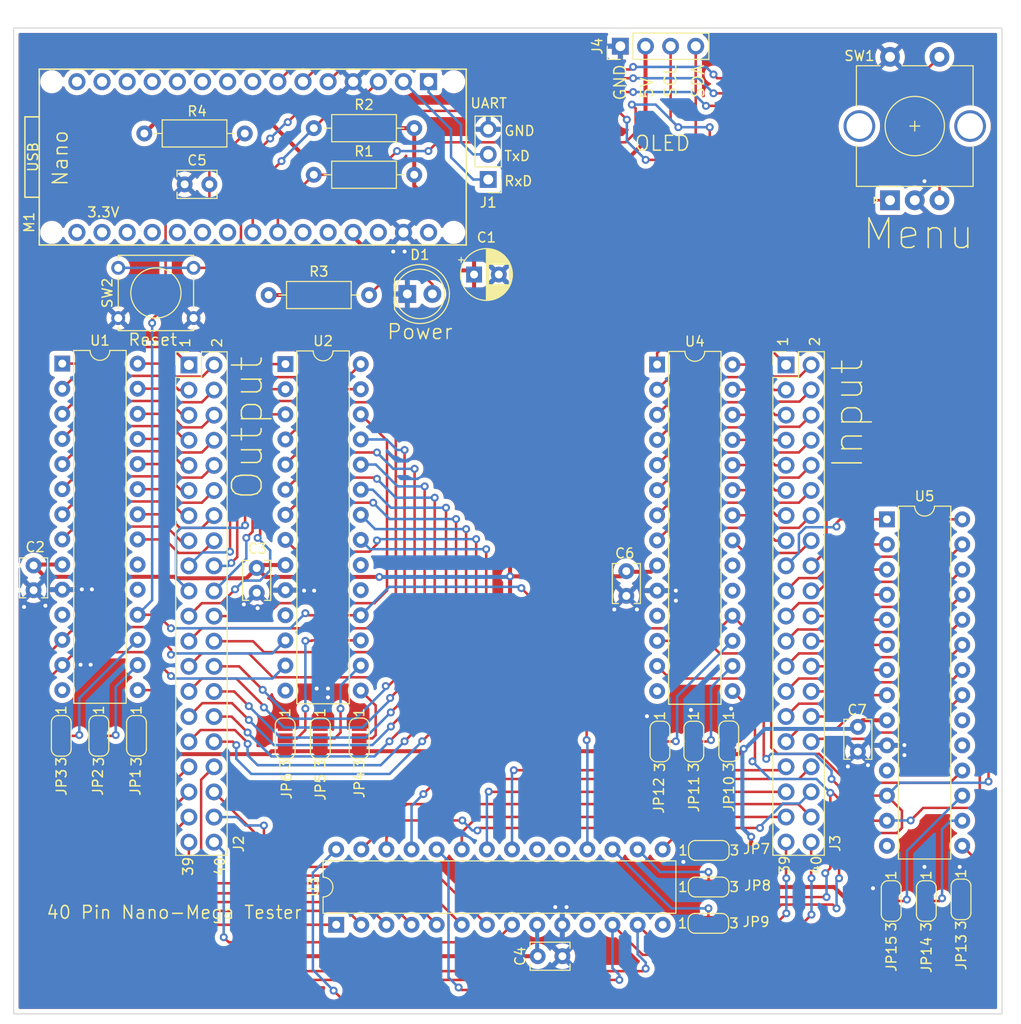
<source format=kicad_pcb>
(kicad_pcb (version 20240108) (generator "pcbnew") (generator_version "8.0")
  (layers (0 "F.Cu" signal) (31 "B.Cu" signal) (34 "B.Paste" user) (35 "F.Paste" user) (36 "B.SilkS" user "B.Silkscreen") (37 "F.SilkS" user "F.Silkscreen") (38 "B.Mask" user) (39 "F.Mask" user) (44 "Edge.Cuts" user))
  (net 0 "")
  (net 1 "SCL")
  (net 2 "+5V")
  (net 3 "GNDREF")
  (net 4 "/nRst")
  (net 5 "SDA")
  (net 6 "Net-(JP11-C)")
  (net 7 "/EncA")
  (net 8 "/EncB")
  (net 9 "Net-(JP14-C)")
  (net 10 "/O11")
  (net 11 "/O16")
  (net 12 "/O17")
  (net 13 "/O40")
  (net 14 "/O34")
  (net 15 "/O06")
  (net 16 "/O15")
  (net 17 "/O01")
  (net 18 "/O18")
  (net 19 "/O23")
  (net 20 "/O30")
  (net 21 "/O25")
  (net 22 "/O19")
  (net 23 "/O35")
  (net 24 "/O09")
  (net 25 "/O36")
  (net 26 "/O13")
  (net 27 "/O28")
  (net 28 "/O02")
  (net 29 "/O39")
  (net 30 "/O32")
  (net 31 "/O21")
  (net 32 "/O22")
  (net 33 "/O08")
  (net 34 "/O31")
  (net 35 "/O14")
  (net 36 "/O12")
  (net 37 "/O38")
  (net 38 "/O07")
  (net 39 "/O03")
  (net 40 "/O24")
  (net 41 "/O37")
  (net 42 "/O29")
  (net 43 "/O20")
  (net 44 "/O33")
  (net 45 "/O05")
  (net 46 "/O27")
  (net 47 "/O26")
  (net 48 "/O10")
  (net 49 "/O04")
  (net 50 "/I34")
  (net 51 "/I14")
  (net 52 "/I31")
  (net 53 "/I25")
  (net 54 "/I11")
  (net 55 "/I26")
  (net 56 "/I32")
  (net 57 "/I17")
  (net 58 "/I18")
  (net 59 "/I28")
  (net 60 "/I20")
  (net 61 "/I36")
  (net 62 "/I27")
  (net 63 "/I35")
  (net 64 "/I23")
  (net 65 "/I07")
  (net 66 "/I33")
  (net 67 "/I38")
  (net 68 "/I01")
  (net 69 "/I12")
  (net 70 "/I22")
  (net 71 "/I37")
  (net 72 "/I19")
  (net 73 "/I39")
  (net 74 "/I05")
  (net 75 "/I10")
  (net 76 "/I09")
  (net 77 "/I15")
  (net 78 "/I02")
  (net 79 "/I16")
  (net 80 "/I29")
  (net 81 "/I04")
  (net 82 "/I08")
  (net 83 "/I06")
  (net 84 "/I21")
  (net 85 "/I40")
  (net 86 "/I24")
  (net 87 "/I30")
  (net 88 "/I13")
  (net 89 "/I03")
  (net 90 "/RxD")
  (net 91 "/TxD")
  (net 92 "Net-(JP3-C)")
  (net 93 "Net-(JP4-C)")
  (net 94 "Net-(JP5-C)")
  (net 95 "Net-(JP6-C)")
  (net 96 "Net-(JP7-C)")
  (net 97 "Net-(JP8-C)")
  (net 98 "Net-(JP9-C)")
  (net 99 "Net-(JP10-C)")
  (net 100 "Net-(JP12-C)")
  (net 101 "Net-(JP13-C)")
  (net 102 "Net-(JP15-C)")
  (net 103 "Net-(M1-PadD4)")
  (net 104 "Net-(M1-RESET-PadRST1)")
  (net 144 "Net-(D1-A)")
  (net 145 "Net-(JP1-C)")
  (net 146 "Net-(JP2-C)")
  (footprint "Capacitor_THT:C_Disc_D3.8mm_W2.6mm_P2.50mm" (layer "F.Cu") (at 39.066 81.152 -90)
    (property "Reference" "C2")
    (property "Value" "100nF")
  )
  (footprint "Connector_PinHeader_2.54mm:PinHeader_1x03_P2.54mm_Vertical" (layer "F.Cu") (at 85.041 42.118 180)
    (property "Reference" "J1")
    (property "Value" "UART")
  )
  (footprint "Jumper:SolderJumper-3_P1.3mm_Open_RoundedPad1.0x1.5mm_NumberLabels" (layer "F.Cu") (at 64.509 98.632 -90)
    (property "Reference" "JP6")
    (property "Value" "SolderJumper_3_Open")
  )
  (footprint "Capacitor_THT:C_Disc_D3.8mm_W2.6mm_P2.50mm" (layer "F.Cu") (at 90.042 120.663)
    (property "Reference" "C4")
    (property "Value" "100nF")
  )
  (footprint "Capacitor_THT:C_Disc_D3.8mm_W2.6mm_P2.50mm" (layer "F.Cu") (at 54.343 42.609)
    (property "Reference" "C5")
    (property "Value" "100nF")
  )
  (footprint "Capacitor_THT:C_Disc_D3.8mm_W2.6mm_P2.50mm" (layer "F.Cu") (at 61.627 81.406 -90)
    (property "Reference" "C3")
    (property "Value" "100nF")
  )
  (footprint "Resistor_THT:R_Axial_DIN0207_L6.3mm_D2.5mm_P10.16mm_Horizontal" (layer "F.Cu") (at 67.4 41.639)
    (property "Reference" "R1")
    (property "Value" "10K")
  )
  (footprint "Jumper:SolderJumper-3_P1.3mm_Open_RoundedPad1.0x1.5mm_NumberLabels" (layer "F.Cu") (at 129.342 115.08 -90)
    (property "Reference" "JP14")
    (property "Value" "SolderJumper_3_Open")
  )
  (footprint "Rotary_Encoder:RotaryEncoder_Alps_EC11E-Switch_Vertical_H20mm_CircularMountingHoles" (layer "F.Cu") (at 125.674 44.215 90)
    (property "Reference" "SW1")
    (property "Value" "RotaryEncoder_Switch")
  )
  (footprint "Resistor_THT:R_Axial_DIN0207_L6.3mm_D2.5mm_P10.16mm_Horizontal" (layer "F.Cu") (at 50.262 37.462)
    (property "Reference" "R4")
    (property "Value" "10K")
  )
  (footprint "Jumper:SolderJumper-3_P1.3mm_Open_RoundedPad1.0x1.5mm_NumberLabels" (layer "F.Cu") (at 107.33 113.667)
    (property "Reference" "JP8")
    (property "Value" "SolderJumper_3_Open")
  )
  (footprint "Package_DIP:DIP-28_W7.62mm" (layer "F.Cu") (at 125.358 76.483)
    (property "Reference" "U5")
    (property "Value" "MCP23017_SP")
  )
  (footprint "Button_Switch_THT:SW_Tactile_Straight_KSA0Axx1LFTR" (layer "F.Cu") (at 55.244 56.132 180)
    (property "Reference" "SW2")
    (property "Value" "SW_Push")
  )
  (footprint "Connector_PinHeader_2.54mm:PinHeader_2x20_P2.54mm_Vertical" (layer "F.Cu") (at 54.771 60.871)
    (property "Reference" "J2")
    (property "Value" "Conn_02x20_Odd_Even")
  )
  (footprint "Jumper:SolderJumper-3_P1.3mm_Open_RoundedPad1.0x1.5mm_NumberLabels" (layer "F.Cu") (at 68.059 98.632 -90)
    (property "Reference" "JP5")
    (property "Value" "SolderJumper_3_Open")
  )
  (footprint "Capacitor_THT:C_Disc_D3.8mm_W2.6mm_P2.50mm" (layer "F.Cu") (at 122.419 97.473 -90)
    (property "Reference" "C7")
    (property "Value" "100nF")
  )
  (footprint "Jumper:SolderJumper-3_P1.3mm_Open_RoundedPad1.0x1.5mm_NumberLabels" (layer "F.Cu") (at 45.66725 98.378 -90)
    (property "Reference" "JP2")
    (property "Value" "SolderJumper_3_Open")
  )
  (footprint "Jumper:SolderJumper-3_P1.3mm_Open_RoundedPad1.0x1.5mm_NumberLabels" (layer "F.Cu") (at 125.792 115.08 -90)
    (property "Reference" "JP15")
    (property "Value" "SolderJumper_3_Open")
  )
  (footprint "Package_DIP:DIP-28_W7.62mm" (layer "F.Cu") (at 102.122 60.833)
    (property "Reference" "U4")
    (property "Value" "MCP23017_SP")
  )
  (footprint "Package_DIP:DIP-28_W7.62mm" (layer "F.Cu") (at 69.667 117.482 90)
    (property "Reference" "U3")
    (property "Value" "MCP23017_SP")
  )
  (footprint "Jumper:SolderJumper-3_P1.3mm_Open_RoundedPad1.0x1.5mm_NumberLabels" (layer "F.Cu") (at 105.829 98.951 -90)
    (property "Reference" "JP11")
    (property "Value" "SolderJumper_3_Open")
  )
  (footprint "Resistor_THT:R_Axial_DIN0207_L6.3mm_D2.5mm_P10.16mm_Horizontal" (layer "F.Cu") (at 62.835 53.802)
    (property "Reference" "R3")
    (property "Value" "680r")
  )
  (footprint "Connector_PinHeader_2.54mm:PinHeader_1x04_P2.54mm_Vertical" (layer "F.Cu") (at 98.405 28.638 90)
    (property "Reference" "J4")
    (property "Value" "Conn_01x04")
  )
  (footprint "Jumper:SolderJumper-3_P1.3mm_Open_RoundedPad1.0x1.5mm_NumberLabels" (layer "F.Cu") (at 102.406 98.951 -90)
    (property "Reference" "JP12")
    (property "Value" "SolderJumper_3_Open")
  )
  (footprint "Resistor_THT:R_Axial_DIN0207_L6.3mm_D2.5mm_P10.16mm_Horizontal" (layer "F.Cu") (at 67.4 36.926)
    (property "Reference" "R2")
    (property "Value" "10K")
  )
  (footprint "Jumper:SolderJumper-3_P1.3mm_Open_RoundedPad1.0x1.5mm_NumberLabels" (layer "F.Cu") (at 109.365 98.929 -90)
    (property "Reference" "JP10")
    (property "Value" "SolderJumper_3_Open")
  )
  (footprint "Jumper:SolderJumper-3_P1.3mm_Open_RoundedPad1.0x1.5mm_NumberLabels" (layer "F.Cu") (at 107.349 109.967)
    (property "Reference" "JP7")
    (property "Value" "SolderJumper_3_Open")
  )
  (footprint "Package_DIP:DIP-28_W7.62mm" (layer "F.Cu") (at 41.964 60.735)
    (property "Reference" "U1")
    (property "Value" "MCP23017_SP")
  )
  (footprint "footprints:Arduino_Nano_Socket" (layer "F.Cu") (at 39.637 39.848 -90)
    (property "Reference" "M1")
    (property "Value" "Arduino_Nano_Socket")
  )
  (footprint "LED_THT:LED_D5.0mm" (layer "F.Cu") (at 76.858 53.693)
    (property "Reference" "D1")
    (property "Value" "LED_Small_ALT")
  )
  (footprint "Jumper:SolderJumper-3_P1.3mm_Open_RoundedPad1.0x1.5mm_NumberLabels" (layer "F.Cu") (at 71.995 98.632 -90)
    (property "Reference" "JP4")
    (property "Value" "SolderJumper_3_Open")
  )
  (footprint "Capacitor_THT:C_Disc_D3.8mm_W2.6mm_P2.50mm" (layer "F.Cu") (at 99.006 81.725 -90)
    (property "Reference" "C6")
    (property "Value" "100nF")
  )
  (footprint "Jumper:SolderJumper-3_P1.3mm_Open_RoundedPad1.0x1.5mm_NumberLabels" (layer "F.Cu") (at 132.856 114.917 -90)
    (property "Reference" "JP13")
    (property "Value" "SolderJumper_3_Open")
  )
  (footprint "Package_DIP:DIP-28_W7.62mm" (layer "F.Cu") (at 64.531 60.785)
    (property "Reference" "U2")
    (property "Value" "MCP23017_SP")
  )
  (footprint "Jumper:SolderJumper-3_P1.3mm_Open_RoundedPad1.0x1.5mm_NumberLabels" (layer "F.Cu") (at 107.3 117.34)
    (property "Reference" "JP9")
    (property "Value" "SolderJumper_3_Open")
  )
  (footprint "Jumper:SolderJumper-3_P1.3mm_Open_RoundedPad1.0x1.5mm_NumberLabels" (layer "F.Cu") (at 49.47125 98.378 -90)
    (property "Reference" "JP1")
    (property "Value" "SolderJumper_3_Open")
  )
  (footprint "Connector_PinHeader_2.54mm:PinHeader_2x20_P2.54mm_Vertical" (layer "F.Cu") (at 115.158 60.863)
    (property "Reference" "J3")
    (property "Value" "Conn_02x20_Odd_Even")
  )
  (footprint "Capacitor_THT:CP_Radial_D5.0mm_P2.50mm" (layer "F.Cu") (at 83.609775 51.726)
    (property "Reference" "C1")
    (property "Value" "1uF")
  )
  (footprint "Jumper:SolderJumper-3_P1.3mm_Open_RoundedPad1.0x1.5mm_NumberLabels" (layer "F.Cu") (at 41.86325 98.378 -90)
    (property "Reference" "JP3")
    (property "Value" "SolderJumper_3_Open")
  )
  (gr_rect (start 37.051 26.8) (end 137 126.495) (stroke (width 0.1)) (fill none) (layer "Edge.Cuts"))
  (gr_text "GND" (at 86.58 37.785 0) (layer "F.SilkS") (effects (font (size 1 1)) (justify left bottom)))
  (gr_text "SCL" (at 104.166 33.97 90) (layer "F.SilkS") (effects (font (size 1.2 1.2)) (justify left bottom)))
  (gr_text "UART" (at 83.151 34.991 0) (layer "F.SilkS") (effects (font (size 1 1)) (justify left bottom)))
  (gr_text "RxD" (at 86.58 42.865 0) (layer "F.SilkS") (effects (font (size 1 1)) (justify left bottom)))
  (gr_text "Menu" (at 122.724 49.373 0) (layer "F.SilkS") (effects (font (size 3 3)) (justify left bottom)))
  (gr_text "1\n\n2" (at 118.653 59.074 90) (layer "F.SilkS") (effects (font (size 1 1)) (justify left bottom)))
  (gr_text "1\n\n2" (at 58.201 59.201 90) (layer "F.SilkS") (effects (font (size 1 1)) (justify left bottom)))
  (gr_text "39\n\n40\n" (at 118.816 112.502 90) (layer "F.SilkS") (effects (font (size 1 1)) (justify left bottom)))
  (gr_text "40 Pin Nano-Mega Tester\n" (at 53.279 116.99 0) (layer "F.SilkS") (effects (font (size 1.3 1.3)) (justify bottom)))
  (gr_text "Output" (at 62.449 74.69 90) (layer "F.SilkS") (effects (font (size 3 3)) (justify left bottom)))
  (gr_text "5V" (at 101.796 34.054 90) (layer "F.SilkS") (effects (font (size 1.2 1.2)) (justify left bottom)))
  (gr_text "Reset" (at 48.556 59.025 0) (layer "F.SilkS") (effects (font (size 1.2 1.2)) (justify left bottom)))
  (gr_text "TxD" (at 86.58 40.325 0) (layer "F.SilkS") (effects (font (size 1 1)) (justify left bottom)))
  (gr_text "SDA" (at 106.96 33.97 90) (layer "F.SilkS") (effects (font (size 1.2 1.2)) (justify left bottom)))
  (gr_text "Input" (at 123.16 71.586 90) (layer "F.SilkS") (effects (font (size 3 3)) (justify left bottom)))
  (gr_text "GND" (at 99.086 34.224 90) (layer "F.SilkS") (effects (font (size 1.2 1.2)) (justify left bottom)))
  (gr_text "39\n\n40\n" (at 58.491 112.629 90) (layer "F.SilkS") (effects (font (size 1 1)) (justify left bottom)))
  (gr_text "OLED" (at 99.737 39.34 0) (layer "F.SilkS") (effects (font (size 1.5 1.5)) (justify left bottom)))
  (gr_text "Power" (at 74.718 58.39 0) (layer "F.SilkS") (effects (font (size 1.5 1.5)) (justify left bottom)))
  (gr_text "Nano" (at 42.642 42.884 90) (layer "F.SilkS") (effects (font (size 1.5 1.5)) (justify left bottom)))
  (segment (start 126.873 107.696) (end 126.873 105.938) (width 0.254) (layer "F.Cu") (net 1))
  (segment (start 99.949 34.925) (end 99.568 34.544) (width 0.254) (layer "F.Cu") (net 1))
  (segment (start 73.423 41.639) (end 75.819 39.243) (width 0.254) (layer "F.Cu") (net 1))
  (segment (start 113.157 100.711) (end 112.903 100.457) (width 0.254) (layer "F.Cu") (net 1))
  (segment (start 98.933 38.354) (end 99.949 37.338) (width 0.254) (layer "F.Cu") (net 1))
  (segment (start 112.014 90.043) (end 108.458 90.043) (width 0.254) (layer "F.Cu") (net 1))
  (segment (start 39.116 112.395) (end 49.784 123.063) (width 0.254) (layer "F.Cu") (net 1))
  (segment (start 41.964 88.675) (end 39.116 91.523) (width 0.254) (layer "F.Cu") (net 1))
  (segment (start 126.365 108.204) (end 126.873 107.696) (width 0.254) (layer "F.Cu") (net 1))
  (segment (start 112.903 100.457) (end 112.903 90.932) (width 0.254) (layer "F.Cu") (net 1))
  (segment (start 123.933827 108.204) (end 126.365 108.204) (width 0.254) (layer "F.Cu") (net 1))
  (segment (start 120.523 112.776) (end 120.523 111.614827) (width 0.254) (layer "F.Cu") (net 1))
  (segment (start 107.442 43.18) (end 135.636 71.374) (width 0.254) (layer "F.Cu") (net 1))
  (segment (start 126.873 105.938) (end 125.358 104.423) (width 0.254) (layer "F.Cu") (net 1))
  (segment (start 108.458 90.043) (end 107.188 88.773) (width 0.254) (layer "F.Cu") (net 1))
  (segment (start 49.784 123.063) (end 98.298 123.063) (width 0.254) (layer "F.Cu") (net 1))
  (segment (start 109.601 120.523) (end 114.681 115.443) (width 0.254) (layer "F.Cu") (net 1))
  (segment (start 39.116 91.523) (end 39.116 112.395) (width 0.254) (layer "F.Cu") (net 1))
  (segment (start 103.485 28.638) (end 103.485 36.048) (width 0.254) (layer "F.Cu") (net 1))
  (segment (start 121.441 104.423) (end 125.358 104.423) (width 0.254) (layer "F.Cu") (net 1))
  (segment (start 107.442 36.83) (end 107.442 43.18) (width 0.254) (layer "F.Cu") (net 1))
  (segment (start 41.964 88.675) (end 43.263 87.376) (width 0.254) (layer "F.Cu") (net 1))
  (segment (start 99.949 37.338) (end 99.949 34.925) (width 0.254) (layer "F.Cu") (net 1))
  (segment (start 112.903 90.932) (end 112.014 90.043) (width 0.254) (layer "F.Cu") (net 1))
  (segment (start 119.761 102.743) (end 121.441 104.423) (width 0.254) (layer "F.Cu") (net 1))
  (segment (start 50.673 87.376) (end 52.959 89.662) (width 0.254) (layer "F.Cu") (net 1))
  (segment (start 119.888 115.443) (end 120.269 115.824) (width 0.254) (layer "F.Cu") (net 1))
  (segment (start 63.767 45.272) (end 67.4 41.639) (width 0.254) (layer "F.Cu") (net 1))
  (segment (start 52.959 89.662) (end 52.959 90.17) (width 0.254) (layer "F.Cu") (net 1))
  (segment (start 78.994 39.243) (end 79.883 38.354) (width 0.254) (layer "F.Cu") (net 1))
  (segment (start 67.4 41.639) (end 73.423 41.639) (width 0.254) (layer "F.Cu") (net 1))
  (segment (start 114.681 115.443) (end 119.888 115.443) (width 0.254) (layer "F.Cu") (net 1))
  (segment (start 63.767 47.468) (end 63.767 45.272) (width 0.254) (layer "F.Cu") (net 1))
  (segment (start 79.883 38.354) (end 98.933 38.354) (width 0.254) (layer "F.Cu") (net 1))
  (segment (start 120.523 111.614827) (end 123.933827 108.204) (width 0.254) (layer "F.Cu") (net 1))
  (segment (start 43.263 87.376) (end 50.673 87.376) (width 0.254) (layer "F.Cu") (net 1))
  (segment (start 107.188 88.773) (end 102.122 88.773) (width 0.254) (layer "F.Cu") (net 1))
  (segment (start 100.648 120.523) (end 109.601 120.523) (width 0.254) (layer "F.Cu") (net 1))
  (segment (start 103.485 36.048) (end 104.267 36.83) (width 0.254) (layer "F.Cu") (net 1))
  (segment (start 97.607 117.482) (end 100.648 120.523) (width 0.254) (layer "F.Cu") (net 1))
  (segment (start 135.636 71.374) (end 135.636 102.997) (width 0.254) (layer "F.Cu") (net 1))
  (via (at 120.523 112.776) (size 0.8) (drill 0.4) (layers "F.Cu" "B.Cu") (net 1))
  (via (at 104.267 36.83) (size 0.8) (drill 0.4) (layers "F.Cu" "B.Cu") (net 1))
  (via (at 78.994 39.243) (size 0.8) (drill 0.4) (layers "F.Cu" "B.Cu") (net 1))
  (via (at 75.819 39.243) (size 0.8) (drill 0.4) (layers "F.Cu" "B.Cu") (net 1))
  (via (at 120.269 115.824) (size 0.8) (drill 0.4) (layers "F.Cu" "B.Cu") (net 1))
  (via (at 52.959 90.17) (size 0.8) (drill 0.4) (layers "F.Cu" "B.Cu") (net 1))
  (via (at 107.442 36.83) (size 0.8) (drill 0.4) (layers "F.Cu" "B.Cu") (net 1))
  (via (at 98.298 123.063) (size 0.8) (drill 0.4) (layers "F.Cu" "B.Cu") (net 1))
  (via (at 119.761 102.743) (size 0.8) (drill 0.4) (layers "F.Cu" "B.Cu") (net 1))
  (via (at 135.636 102.997) (size 0.8) (drill 0.4) (layers "F.Cu" "B.Cu") (net 1))
  (via (at 113.157 100.711) (size 0.8) (drill 0.4) (layers "F.Cu" "B.Cu") (net 1))
  (via (at 99.568 34.544) (size 0.8) (drill 0.4) (layers "F.Cu" "B.Cu") (net 1))
  (segment (start 63.213 90.043) (end 64.531 88.725) (width 0.254) (layer "B.Cu") (net 1))
  (segment (start 119.761 101.896945) (end 119.761 102.743) (width 0.254) (layer "B.Cu") (net 1))
  (segment (start 135.509 103.124) (end 126.657 103.124) (width 0.254) (layer "B.Cu") (net 1))
  (segment (start 104.267 36.83) (end 107.442 36.83) (width 0.254) (layer "B.Cu") (net 1))
  (segment (start 98.298 123.063) (end 98.298 122.555) (width 0.254) (layer "B.Cu") (net 1))
  (segment (start 75.819 39.243) (end 78.994 39.243) (width 0.254) (layer "B.Cu") (net 1))
  (segment (start 98.298 122.555) (end 97.607 121.864) (width 0.254) (layer "B.Cu") (net 1))
  (segment (start 135.636 102.997) (end 135.509 103.124) (width 0.254) (layer "B.Cu") (net 1))
  (segment (start 101.981 34.544) (end 104.267 36.83) (width 0.254) (layer "B.Cu") (net 1))
  (segment (start 113.665 100.203) (end 118.067055 100.203) (width 0.254) (layer "B.Cu") (net 1))
  (segment (start 126.657 103.124) (end 125.358 104.423) (width 0.254) (layer "B.Cu") (net 1))
  (segment (start 99.568 34.544) (end 101.981 34.544) (width 0.254) (layer "B.Cu") (net 1))
  (segment (start 118.067055 100.203) (end 119.761 101.896945) (width 0.254) (layer "B.Cu") (net 1))
  (segment (start 113.157 100.711) (end 113.665 100.203) (width 0.254) (layer "B.Cu") (net 1))
  (segment (start 120.269 113.03) (end 120.523 112.776) (width 0.254) (layer "B.Cu") (net 1))
  (segment (start 120.269 115.824) (end 120.269 113.03) (width 0.254) (layer "B.Cu") (net 1))
  (segment (start 53.086 90.043) (end 63.213 90.043) (width 0.254) (layer "B.Cu") (net 1))
  (segment (start 97.607 121.864) (end 97.607 117.482) (width 0.254) (layer "B.Cu") (net 1))
  (segment (start 52.959 90.17) (end 53.086 90.043) (width 0.254) (layer "B.Cu") (net 1))
  (segment (start 45.66725 99.678) (end 49.47125 99.678) (width 0.4064) (layer "F.Cu") (net 2))
  (segment (start 125.358 96.803) (end 122.907 96.803) (width 0.4064) (layer "F.Cu") (net 2))
  (segment (start 83.191775 51.308) (end 83.609775 51.726) (width 0.4064) (layer "F.Cu") (net 2))
  (segment (start 87.249 82.252225) (end 87.249 58.039) (width 0.4064) (layer "F.Cu") (net 2))
  (segment (start 87.249 99.932) (end 83.566 99.932) (width 0.4064) (layer "F.Cu") (net 2))
  (segment (start 83.609775 51.726) (end 83.609775 44.493775) (width 0.4064) (layer "F.Cu") (net 2))
  (segment (start 111.633 109.22) (end 111.633 108.585) (width 0.4064) (layer "F.Cu") (net 2))
  (segment (start 64.531 81.105) (end 61.928 81.105) (width 0.4064) (layer "F.Cu") (net 2))
  (segment (start 53.34 82.296) (end 53.4914 82.4474) (width 0.4064) (layer "F.Cu") (net 2))
  (segment (start 108.63 109.986) (end 108.649 109.967) (width 0.4064) (layer "F.Cu") (net 2))
  (segment (start 100.945 38.247) (end 100.945 28.638) (width 0.4064) (layer "F.Cu") (net 2))
  (segment (start 62.5324 82.3114) (end 74.0256 82.3114) (width 0.4064) (layer "F.Cu") (net 2))
  (segment (start 102.406 100.251) (end 105.829 100.251) (width 0.4064) (layer "F.Cu") (net 2))
  (segment (start 71.995 99.932) (end 83.566 99.932) (width 0.4064) (layer "F.Cu") (net 2))
  (segment (start 67.864 53.802) (end 72.5805 49.0855) (width 0.4064) (layer "F.Cu") (net 2))
  (segment (start 61.627 81.406) (end 62.5324 82.3114) (width 0.4064) (layer "F.Cu") (net 2))
  (segment (start 77.56 42.762) (end 77.56 41.639) (width 0.4064) (layer "F.Cu") (net 2))
  (segment (start 40.21 82.296) (end 53.34 82.296) (width 0.4064) (layer "F.Cu") (net 2))
  (segment (start 110.337 100.229) (end 109.365 100.229) (width 0.4064) (layer "F.Cu") (net 2))
  (segment (start 72.5805 49.0855) (end 74.803 51.308) (width 0.4064) (layer "F.Cu") (net 2))
  (segment (start 83.439 44.323) (end 94.869 44.323) (width 0.4064) (layer "F.Cu") (net 2))
  (segment (start 120.017 113.667) (end 122.73 116.38) (width 0.4064) (layer "F.Cu") (net 2))
  (segment (start 61.928 81.105) (end 61.627 81.406) (width 0.4064) (layer "F.Cu") (net 2))
  (segment (start 87.249 82.252225) (end 87.249 99.932) (width 0.4064) (layer "F.Cu") (net 2))
  (segment (start 109.3826 100.2466) (end 109.365 100.229) (width 0.4064) (layer "F.Cu") (net 2))
  (segment (start 63.136 99.932) (end 62.8406 100.2274) (width 0.4064) (layer "F.Cu") (net 2))
  (segment (start 41.86325 111.45925) (end 41.86325 99.678) (width 0.4064) (layer "F.Cu") (net 2))
  (segment (start 110.886 109.967) (end 110.998 109.855) (width 0.4064) (layer "F.Cu") (net 2))
  (segment (start 87.249 58.039) (end 83.609775 54.399775) (width 0.4064) (layer "F.Cu") (net 2))
  (segment (start 94.869 44.323) (end 100.945 38.247) (width 0.4064) (layer "F.Cu") (net 2))
  (segment (start 51.067 120.663) (end 41.86325 111.45925) (width 0.4064) (layer "F.Cu") (net 2))
  (segment (start 132.856 116.217) (end 129.505 116.217) (width 0.4064) (layer "F.Cu") (net 2))
  (segment (start 71.882 39.37) (end 66.04 39.37) (width 0.4064) (layer "F.Cu") (net 2))
  (segment (start 108.649 109.967) (end 110.886 109.967) (width 0.4064) (layer "F.Cu") (net 2))
  (segment (start 122.907 96.803) (end 122.419 97.291) (width 0.4064) (layer "F.Cu") (net 2))
  (segment (start 83.609775 54.399775) (end 83.609775 51.726) (width 0.4064) (layer "F.Cu") (net 2))
  (segment (start 51.783 35.941) (end 50.262 37.462) (width 0.4064) (layer "F.Cu") (net 2))
  (segment (start 101.487 81.788) (end 99.069 81.788) (width 0.4064) (layer "F.Cu") (net 2))
  (segment (start 108.63 113.667) (end 120.017 113.667) (width 0.4064) (layer "F.Cu") (net 2))
  (segment (start 53.4914 82.4474) (end 60.5856 82.4474) (width 0.4064) (layer "F.Cu") (net 2))
  (segment (start 109.343 100.251) (end 109.365 100.229) (width 0.4064) (layer "F.Cu") (net 2))
  (segment (start 64.509 99.932) (end 63.136 99.932) (width 0.4064) (layer "F.Cu") (net 2))
  (segment (start 60.5856 82.4474) (end 61.627 81.406) (width 0.4064) (layer "F.Cu") (net 2))
  (segment (start 41.964 81.055) (end 39.163 81.055) (width 0.4064) (layer "F.Cu") (net 2))
  (segment (start 71.387 47.892) (end 72.5805 49.0855) (width 0.4064) (layer "F.Cu") (net 2))
  (segment (start 79.121 44.323) (end 77.56 42.762) (width 0.4064) (layer "F.Cu") (net 2))
  (segment (start 74.326 36.926) (end 71.882 39.37) (width 0.4064) (layer "F.Cu") (net 2))
  (segment (start 77.56 41.639) (end 77.56 36.926) (width 0.4064) (layer "F.Cu") (net 2))
  (segment (start 122.419 97.291) (end 122.419 97.473) (width 0.4064) (layer "F.Cu") (net 2))
  (segment (start 99.069 81.788) (end 99.006 81.725) (width 0.4064) (layer "F.Cu") (net 2))
  (segment (start 105.829 100.251) (end 109.343 100.251) (width 0.4064) (layer "F.Cu") (net 2))
  (segment (start 83.439 44.323) (end 79.121 44.323) (width 0.4064) (layer "F.Cu") (net 2))
  (segment (start 62.611 35.941) (end 51.783 35.941) (width 0.4064) (layer "F.Cu") (net 2))
  (segment (start 108.6 117.34) (end 108.6 113.697) (width 0.4064) (layer "F.Cu") (net 2))
  (segment (start 41.86325 99.678) (end 45.66725 99.678) (width 0.4064) (layer "F.Cu") (net 2))
  (segment (start 129.342 116.38) (end 125.792 116.38) (width 0.4064) (layer "F.Cu") (net 2))
  (segment (start 74.041 82.296) (end 74.0256 82.3114) (width 0.4064) (layer "F.Cu") (net 2))
  (segment (start 71.995 99.932) (end 68.059 99.932) (width 0.4064) (layer "F.Cu") (net 2))
  (segment (start 64.509 99.932) (end 68.059 99.932) (width 0.4064) (layer "F.Cu") (net 2))
  (segment (start 62.835 53.802) (end 67.864 53.802) (width 0.4064) (layer "F.Cu") (net 2))
  (segment (start 129.505 116.217) (end 129.342 116.38) (width 0.4064) (layer "F.Cu") (net 2))
  (segment (start 110.871 99.695) (end 110.337 100.229) (width 0.4064) (layer "F.Cu") (net 2))
  (segment (start 108.63 113.667) (end 108.63 109.986) (width 0.4064) (layer "F.Cu") (net 2))
  (segment (start 100.632 100.251) (end 102.406 100.251) (width 0.4064) (layer "F.Cu") (net 2))
  (segment (start 90.042 120.663) (end 51.067 120.663) (width 0.4064) (layer "F.Cu") (net 2))
  (segment (start 83.566 99.932) (end 100.313 99.932) (width 0.4064) (layer "F.Cu") (net 2))
  (segment (start 74.803 51.308) (end 83.191775 51.308) (width 0.4064) (layer "F.Cu") (net 2))
  (segment (start 39.066 81.152) (end 40.21 82.296) (width 0.4064) (layer "F.Cu") (net 2))
  (segment (start 77.56 36.926) (end 74.326 36.926) (width 0.4064) (layer "F.Cu") (net 2))
  (segment (start 87.249 82.252225) (end 98.478775 82.252225) (width 0.4064) (layer "F.Cu") (net 2))
  (segment (start 50.02065 100.2274) (end 49.47125 99.678) (width 0.4064) (layer "F.Cu") (net 2))
  (segment (start 62.8406 100.2274) (end 50.02065 100.2274) (width 0.4064) (layer "F.Cu") (net 2))
  (segment (start 83.609775 44.493775) (end 83.439 44.323) (width 0.4064) (layer "F.Cu") (net 2))
  (segment (start 110.998 109.855) (end 111.633 109.22) (width 0.4064) (layer "F.Cu") (net 2))
  (segment (start 122.73 116.38) (end 125.792 116.38) (width 0.4064) (layer "F.Cu") (net 2))
  (segment (start 102.122 81.153) (end 101.487 81.788) (width 0.4064) (layer "F.Cu") (net 2))
  (segment (start 71.387 47.468) (end 71.387 47.892) (width 0.4064) (layer "F.Cu") (net 2))
  (segment (start 39.163 81.055) (end 39.066 81.152) (width 0.4064) (layer "F.Cu") (net 2))
  (segment (start 100.313 99.932) (end 100.632 100.251) (width 0.4064) (layer "F.Cu") (net 2))
  (segment (start 98.478775 82.252225) (end 99.006 81.725) (width 0.4064) (layer "F.Cu") (net 2))
  (segment (start 66.04 39.37) (end 62.611 35.941) (width 0.4064) (layer "F.Cu") (net 2))
  (segment (start 108.6 113.697) (end 108.63 113.667) (width 0.4064) (layer "F.Cu") (net 2))
  (via (at 74.0256 82.3114) (size 0.8) (drill 0.4) (layers "F.Cu" "B.Cu") (net 2))
  (via (at 87.249 82.252225) (size 0.8) (drill 0.4) (layers "F.Cu" "B.Cu") (net 2))
  (via (at 111.633 108.585) (size 0.8) (drill 0.4) (layers "F.Cu" "B.Cu") (net 2))
  (via (at 110.871 99.695) (size 0.8) (drill 0.4) (layers "F.Cu" "B.Cu") (net 2))
  (segment (start 89.987 120.608) (end 90.042 120.663) (width 0.4064) (layer "B.Cu") (net 2))
  (segment (start 122.419 97.473) (end 122.2126 97.6794) (width 0.4064) (layer "B.Cu") (net 2))
  (segment (start 111.633 108.585) (end 110.744 107.696) (width 0.4064) (layer "B.Cu") (net 2))
  (segment (start 87.249 82.252225) (end 87.189825 82.3114) (width 0.4064) (layer "B.Cu") (net 2))
  (segment (start 110.744 99.822) (end 110.871 99.695) (width 0.4064) (layer "B.Cu") (net 2))
  (segment (start 122.2126 97.6794) (end 113.0136 97.6794) (width 0.4064) (layer "B.Cu") (net 2))
  (segment (start 110.744 107.696) (end 110.744 99.822) (width 0.4064) (layer "B.Cu") (net 2))
  (segment (start 89.987 117.482) (end 89.987 120.608) (width 0.4064) (layer "B.Cu") (net 2))
  (segment (start 113.0136 97.6794) (end 110.998 99.695) (width 0.4064) (layer "B.Cu") (net 2))
  (segment (start 87.189825 82.3114) (end 74.0256 82.3114) (width 0.4064) (layer "B.Cu") (net 2))
  (segment (start 110.998 99.695) (end 110.871 99.695) (width 0.4064) (layer "B.Cu") (net 2))
  (via (at 68.834 94.488) (size 0.8) (drill 0.4) (layers "F.Cu" "B.Cu") (net 3))
  (via (at 38.1 85.344) (size 0.8) (drill 0.4) (layers "F.Cu" "B.Cu") (net 3))
  (via (at 44.958 83.566) (size 0.8) (drill 0.4) (layers "F.Cu" "B.Cu") (net 3))
  (via (at 92.964 115.697) (size 0.8) (drill 0.4) (layers "F.Cu" "B.Cu") (net 3))
  (via (at 43.942 83.566) (size 0.8) (drill 0.4) (layers "F.Cu" "B.Cu") (net 3))
  (via (at 132.715 111.633) (size 0.8) (drill 0.4) (layers "F.Cu" "B.Cu") (net 3))
  (via (at 67.437 83.693) (size 0.8) (drill 0.4) (layers "F.Cu" "B.Cu") (net 3))
  (via (at 68.834 93.599) (size 0.8) (drill 0.4) (layers "F.Cu" "B.Cu") (net 3))
  (via (at 129.159 111.633) (size 0.8) (drill 0.4) (layers "F.Cu" "B.Cu") (net 3))
  (via (at 67.691 93.599) (size 0.8) (drill 0.4) (layers "F.Cu" "B.Cu") (net 3))
  (via (at 109.601 95.631) (size 0.8) (drill 0.4) (layers "F.Cu" "B.Cu") (net 3))
  (via (at 104.013 84.709) (size 0.8) (drill 0.4) (layers "F.Cu" "B.Cu") (net 3))
  (via (at 123.444 101.346) (size 0.8) (drill 0.4) (layers "F.Cu" "B.Cu") (net 3))
  (via (at 123.952 113.792) (size 0.8) (drill 0.4) (layers "F.Cu" "B.Cu") (net 3))
  (via (at 97.79 85.598) (size 0.8) (drill 0.4) (layers "F.Cu" "B.Cu") (net 3))
  (via (at 100.076 85.598) (size 0.8) (drill 0.4) (layers "F.Cu" "B.Cu") (net 3))
  (via (at 101.092 96.393) (size 0.8) (drill 0.4) (layers "F.Cu" "B.Cu") (net 3))
  (via (at 61.722 85.471) (size 0.8) (drill 0.4) (layers "F.Cu" "B.Cu") (net 3))
  (via (at 129.159 42.291) (size 0.8) (drill 0.4) (layers "F.Cu" "B.Cu") (net 3))
  (via (at 104.013 83.693) (size 0.8) (drill 0.4) (layers "F.Cu" "B.Cu") (net 3))
  (via (at 104.775 111.125) (size 0.8) (drill 0.4) (layers "F.Cu" "B.Cu") (net 3))
  (via (at 44.831 91.186) (size 0.8) (drill 0.4) (layers "F.Cu" "B.Cu") (net 3))
  (via (at 105.537 95.758) (size 0.8) (drill 0.4) (layers "F.Cu" "B.Cu") (net 3))
  (via (at 76.581 49.403) (size 0.8) (drill 0.4) (layers "F.Cu" "B.Cu") (net 3))
  (via (at 121.412 101.473) (size 0.8) (drill 0.4) (layers "F.Cu" "B.Cu") (net 3))
  (via (at 66.421 83.693) (size 0.8) (drill 0.4) (layers "F.Cu" "B.Cu") (net 3))
  (via (at 75.438 49.403) (size 0.8) (drill 0.4) (layers "F.Cu" "B.Cu") (net 3))
  (via (at 40.259 85.217) (size 0.8) (drill 0.4) (layers "F.Cu" "B.Cu") (net 3))
  (via (at 43.815 91.186) (size 0.8) (drill 0.4) (layers "F.Cu" "B.Cu") (net 3))
  (via (at 60.325 85.09) (size 0.8) (drill 0.4) (layers "F.Cu" "B.Cu") (net 3))
  (via (at 91.821 115.697) (size 0.8) (drill 0.4) (layers "F.Cu" "B.Cu") (net 3))
  (via (at 127.127 99.314) (size 0.8) (drill 0.4) (layers "F.Cu" "B.Cu") (net 3))
  (via (at 127.127 100.33) (size 0.8) (drill 0.4) (layers "F.Cu" "B.Cu") (net 3))
  (segment (start 94.996 98.806) (end 94.996 87.63) (width 0.254) (layer "F.Cu") (net 4))
  (segment (start 51.054 56.642) (end 51.054 56.261) (width 0.254) (layer "F.Cu") (net 4))
  (segment (start 52.4132 54.9018) (end 52.4132 46.5198) (width 0.254) (layer "F.Cu") (net 4))
  (segment (start 52.4132 46.5198) (end 52.959 45.974) (width 0.254) (layer "F.Cu") (net 4))
  (segment (start 66.754 86.185) (end 72.151 86.185) (width 0.254) (layer "F.Cu") (net 4))
  (segment (start 113.665 99.568) (end 113.665 90.156) (width 0.254) (layer "F.Cu") (net 4))
  (segment (start 118.491 100.203) (end 114.3 100.203) (width 0.254) (layer "F.Cu") (net 4))
  (segment (start 94.996 87.63) (end 94.869 87.503) (width 0.254) (layer "F.Cu") (net 4))
  (segment (start 51.054 56.261) (end 52.4132 54.9018) (width 0.254) (layer "F.Cu") (net 4))
  (segment (start 52.959 87.503) (end 51.591 86.135) (width 0.254) (layer "F.Cu") (net 4))
  (segment (start 56.843 42.609) (end 56.843 41.041) (width 0.254) (layer "F.Cu") (net 4))
  (segment (start 131.737 103.124) (end 121.412 103.124) (width 0.254) (layer "F.Cu") (net 4))
  (segment (start 108.472 87.503) (end 109.742 86.233) (width 0.254) (layer "F.Cu") (net 4))
  (segment (start 88.392 83.439) (end 92.456 87.503) (width 0.254) (layer "F.Cu") (net 4))
  (segment (start 132.978 101.883) (end 131.737 103.124) (width 0.254) (layer "F.Cu") (net 4))
  (segment (start 52.959 45.974) (end 54.864 45.974) (width 0.254) (layer "F.Cu") (net 4))
  (segment (start 54.864 45.974) (end 56.843 43.995) (width 0.254) (layer "F.Cu") (net 4))
  (segment (start 113.665 90.156) (end 109.742 86.233) (width 0.254) (layer "F.Cu") (net 4))
  (segment (start 92.456 87.503) (end 94.869 87.503) (width 0.254) (layer "F.Cu") (net 4))
  (segment (start 121.412 103.124) (end 118.491 100.203) (width 0.254) (layer "F.Cu") (net 4))
  (segment (start 56.843 41.041) (end 60.422 37.462) (width 0.254) (layer "F.Cu") (net 4))
  (segment (start 66.548 85.979) (end 66.754 86.185) (width 0.254) (layer "F.Cu") (net 4))
  (segment (start 56.843 43.995) (end 56.843 42.609) (width 0.254) (layer "F.Cu") (net 4))
  (segment (start 114.3 100.203) (end 113.665 99.568) (width 0.254) (layer "F.Cu") (net 4))
  (segment (start 94.869 87.503) (end 108.472 87.503) (width 0.254) (layer "F.Cu") (net 4))
  (segment (start 51.591 86.135) (end 49.584 86.135) (width 0.254) (layer "F.Cu") (net 4))
  (via (at 94.996 98.806) (size 0.8) (drill 0.4) (layers "F.Cu" "B.Cu") (net 4))
  (via (at 88.392 83.439) (size 0.8) (drill 0.4) (layers "F.Cu" "B.Cu") (net 4))
  (via (at 51.054 56.642) (size 0.8) (drill 0.4) (layers "F.Cu" "B.Cu") (net 4))
  (via (at 52.959 87.503) (size 0.8) (drill 0.4) (layers "F.Cu" "B.Cu") (net 4))
  (via (at 66.548 85.979) (size 0.8) (drill 0.4) (layers "F.Cu" "B.Cu") (net 4))
  (segment (start 65.024 87.503) (end 66.548 85.979) (width 0.254) (layer "B.Cu") (net 4))
  (segment (start 75.565 83.312) (end 88.265 83.312) (width 0.254) (layer "B.Cu") (net 4))
  (segment (start 72.151 86.185) (end 75.024 83.312) (width 0.254) (layer "B.Cu") (net 4))
  (segment (start 51.054 56.642) (end 51.054 84.665) (width 0.254) (layer "B.Cu") (net 4))
  (segment (start 95.067 98.877) (end 94.996 98.806) (width 0.254) (layer "B.Cu") (net 4))
  (segment (start 95.067 109.862) (end 95.067 98.877) (width 0.254) (layer "B.Cu") (net 4))
  (segment (start 51.054 84.665) (end 49.584 86.135) (width 0.254) (layer "B.Cu") (net 4))
  (segment (start 52.959 87.503) (end 65.024 87.503) (width 0.254) (layer "B.Cu") (net 4))
  (segment (start 75.024 83.312) (end 75.565 83.312) (width 0.254) (layer "B.Cu") (net 4))
  (segment (start 88.265 83.312) (end 88.392 83.439) (width 0.254) (layer "B.Cu") (net 4))
  (segment (start 112.014 93.345) (end 111.252 92.583) (width 0.254) (layer "F.Cu") (net 5))
  (segment (start 50.546 89.916) (end 52.959 92.329) (width 0.254) (layer "F.Cu") (net 5))
  (segment (start 41.964 91.215) (end 39.878 93.301) (width 0.254) (layer "F.Cu") (net 5))
  (segment (start 134.747 71.882) (end 134.747 104.902) (width 0.254) (layer "F.Cu") (net 5))
  (segment (start 39.878 111.76) (end 50.292 122.174) (width 0.254) (layer "F.Cu") (net 5))
  (segment (start 106.025 40.132) (end 106.025 43.16) (width 0.254) (layer "F.Cu") (net 5))
  (segment (start 122.711 106.963) (end 125.358 106.963) (width 0.254) (layer "F.Cu") (net 5))
  (segment (start 100.147 117.482) (end 102.172 119.507) (width 0.254) (layer "F.Cu") (net 5))
  (segment (start 119.634 111.76) (end 119.634 104.14) (width 0.254) (layer "F.Cu") (net 5))
  (segment (start 43.263 89.916) (end 50.546 89.916) (width 0.254) (layer "F.Cu") (net 5))
  (segment (start 50.292 122.174) (end 100.711 122.174) (width 0.254) (layer "F.Cu") (net 5))
  (segment (start 111.76 100.965) (end 112.014 100.711) (width 0.254) (layer "F.Cu") (net 5))
  (segment (start 100.965 40.132) (end 106.025 40.132) (width 0.254) (layer "F.Cu") (net 5))
  (segment (start 134.747 104.902) (end 133.985 105.664) (width 0.254) (layer "F.Cu") (net 5))
  (segment (start 98.171 35.179) (end 99.06 36.068) (width 0.254) (layer "F.Cu") (net 5))
  (segment (start 113.919 114.681) (end 119.253 114.681) (width 0.254) (layer "F.Cu") (net 5))
  (segment (start 106.025 28.638) (end 106.025 40.132) (width 0.254) (layer "F.Cu") (net 5))
  (segment (start 41.964 91.215) (end 43.263 89.916) (width 0.254) (layer "F.Cu") (net 5))
  (segment (start 119.126 112.268) (end 119.634 111.76) (width 0.254) (layer "F.Cu") (net 5))
  (segment (start 133.985 105.664) (end 129.032 105.664) (width 0.254) (layer "F.Cu") (net 5))
  (segment (start 129.032 105.664) (end 127.762 106.934) (width 0.254) (layer "F.Cu") (net 5))
  (segment (start 69.147 35.179) (end 98.171 35.179) (width 0.254) (layer "F.Cu") (net 5))
  (segment (start 39.878 93.301) (end 39.878 111.76) (width 0.254) (layer "F.Cu") (net 5))
  (segment (start 109.093 119.507) (end 113.919 114.681) (width 0.254) (layer "F.Cu") (net 5))
  (segment (start 119.634 104.14) (end 119.888 104.14) (width 0.254) (layer "F.Cu") (net 5))
  (segment (start 102.172 119.507) (end 109.093 119.507) (width 0.254) (layer "F.Cu") (net 5))
  (segment (start 61.227 47.468) (end 61.227 43.167) (width 0.254) (layer "F.Cu") (net 5))
  (segment (start 61.227 43.167) (end 64.135 40.259) (width 0.254) (layer "F.Cu") (net 5))
  (segment (start 106.025 43.16) (end 134.747 71.882) (width 0.254) (layer "F.Cu") (net 5))
  (segment (start 119.888 104.14) (end 122.711 106.963) (width 0.254) (layer "F.Cu") (net 5))
  (segment (start 111.252 92.583) (end 103.392 92.583) (width 0.254) (layer "F.Cu") (net 5))
  (segment (start 100.711 122.174) (end 100.965 121.92) (width 0.254) (layer "F.Cu") (net 5))
  (segment (start 112.014 100.711) (end 112.014 93.345) (width 0.254) (layer "F.Cu") (net 5))
  (segment (start 103.392 92.583) (end 102.122 91.313) (width 0.254) (layer "F.Cu") (net 5))
  (segment (start 67.4 36.926) (end 69.147 35.179) (width 0.254) (layer "F.Cu") (net 5))
  (via (at 100.965 40.132) (size 0.8) (drill 0.4) (layers "F.Cu" "B.Cu") (net 5))
  (via (at 99.06 36.068) (size 0.8) (drill 0.4) (layers "F.Cu" "B.Cu") (net 5))
  (via (at 127.762 106.934) (size 0.8) (drill 0.4) (layers "F.Cu" "B.Cu") (net 5))
  (via (at 52.959 92.329) (size 0.8) (drill 0.4) (layers "F.Cu" "B.Cu") (net 5))
  (via (at 64.135 40.259) (size 0.8) (drill 0.4) (layers "F.Cu" "B.Cu") (net 5))
  (via (at 111.76 100.965) (size 0.8) (drill 0.4) (layers "F.Cu" "B.Cu") (net 5))
  (via (at 119.634 104.14) (size 0.8) (drill 0.4) (layers "F.Cu" "B.Cu") (net 5))
  (via (at 119.253 114.681) (size 0.8) (drill 0.4) (layers "F.Cu" "B.Cu") (net 5))
  (via (at 100.965 121.92) (size 0.8) (drill 0.4) (layers "F.Cu" "B.Cu") (net 5))
  (via (at 119.126 112.268) (size 0.8) (drill 0.4) (layers "F.Cu" "B.Cu") (net 5))
  (segment (start 64.389 40.005) (end 64.389 39.937) (width 0.254) (layer "B.Cu") (net 5))
  (segment (start 53.213 92.583) (end 63.213 92.583) (width 0.254) (layer "B.Cu") (net 5))
  (segment (start 111.76 100.965) (end 113.538 102.743) (width 0.254) (layer "B.Cu") (net 5))
  (segment (start 52.959 92.329) (end 53.213 92.583) (width 0.254) (layer "B.Cu") (net 5))
  (segment (start 125.387 106.934) (end 125.358 106.963) (width 0.254) (layer "B.Cu") (net 5))
  (segment (start 99.06 38.227) (end 100.965 40.132) (width 0.254) (layer "B.Cu") (net 5))
  (segment (start 118.237 102.743) (end 119.634 104.14) (width 0.254) (layer "B.Cu") (net 5))
  (segment (start 113.538 102.743) (end 118.237 102.743) (width 0.254) (layer "B.Cu") (net 5))
  (segment (start 100.147 120.467) (end 100.147 117.482) (width 0.254) (layer "B.Cu") (net 5))
  (segment (start 100.965 121.92) (end 100.965 121.285) (width 0.254) (layer "B.Cu") (net 5))
  (segment (start 99.06 36.068) (end 99.06 38.227) (width 0.254) (layer "B.Cu") (net 5))
  (segment (start 119.253 112.395) (end 119.126 112.268) (width 0.254) (layer "B.Cu") (net 5))
  (segment (start 64.135 40.259) (end 64.389 40.005) (width 0.254) (layer "B.Cu") (net 5))
  (segment (start 63.213 92.583) (end 64.531 91.265) (width 0.254) (layer "B.Cu") (net 5))
  (segment (start 127.762 106.934) (end 125.387 106.934) (width 0.254) (layer "B.Cu") (net 5))
  (segment (start 100.965 121.285) (end 100.147 120.467) (width 0.254) (layer "B.Cu") (net 5))
  (segment (start 119.253 114.681) (end 119.253 112.395) (width 0.254) (layer "B.Cu") (net 5))
  (segment (start 64.389 39.937) (end 67.4 36.926) (width 0.254) (layer "B.Cu") (net 5))
  (segment (start 105.829 98.951) (end 107.424 98.951) (width 0.254) (layer "F.Cu") (net 6))
  (segment (start 107.424 98.951) (end 107.569 98.806) (width 0.254) (layer "F.Cu") (net 6))
  (via (at 107.569 98.806) (size 0.8) (drill 0.4) (layers "F.Cu" "B.Cu") (net 6))
  (segment (start 107.569 93.486) (end 109.742 91.313) (width 0.254) (layer "B.Cu") (net 6))
  (segment (start 107.569 98.806) (end 107.569 93.486) (width 0.254) (layer "B.Cu") (net 6))
  (segment (start 84.455 29.972) (end 71.103 29.972) (width 0.254) (layer "F.Cu") (net 7))
  (segment (start 87.757 33.274) (end 84.455 29.972) (width 0.254) (layer "F.Cu") (net 7))
  (segment (start 118.383 44.215) (end 108.839 34.671) (width 0.254) (layer "F.Cu") (net 7))
  (segment (start 108.839 34.671) (end 107.061 34.671) (width 0.254) (layer "F.Cu") (net 7))
  (segment (start 125.674 44.215) (end 118.383 44.215) (width 0.254) (layer "F.Cu") (net 7))
  (segment (start 99.695 33.274) (end 87.757 33.274) (width 0.254) (layer "F.Cu") (net 7))
  (segment (start 71.103 29.972) (end 68.847 32.228) (width 0.254) (layer "F.Cu") (net 7))
  (via (at 99.695 33.274) (size 0.8) (drill 0.4) (layers "F.Cu" "B.Cu") (net 7))
  (via (at 107.061 34.671) (size 0.8) (drill 0.4) (layers "F.Cu" "B.Cu") (net 7))
  (segment (start 105.664 33.274) (end 99.695 33.274) (width 0.254) (layer "B.Cu") (net 7))
  (segment (start 107.061 34.671) (end 105.664 33.274) (width 0.254) (layer "B.Cu") (net 7))
  (segment (start 109.728 33.401) (end 107.823 33.401) (width 0.254) (layer "F.Cu") (net 8))
  (segment (start 129.794 41.275) (end 117.602 41.275) (width 0.254) (layer "F.Cu") (net 8))
  (segment (start 99.695 31.877) (end 87.63 31.877) (width 0.254) (layer "F.Cu") (net 8))
  (segment (start 117.602 41.275) (end 109.728 33.401) (width 0.254) (layer "F.Cu") (net 8))
  (segment (start 130.674 44.215) (end 130.674 42.155) (width 0.254) (layer "F.Cu") (net 8))
  (segment (start 69.325 29.21) (end 66.307 32.228) (width 0.254) (layer "F.Cu") (net 8))
  (segment (start 84.963 29.21) (end 69.325 29.21) (width 0.254) (layer "F.Cu") (net 8))
  (segment (start 130.674 42.155) (end 129.794 41.275) (width 0.254) (layer "F.Cu") (net 8))
  (segment (start 87.63 31.877) (end 84.963 29.21) (width 0.254) (layer "F.Cu") (net 8))
  (via (at 107.823 33.401) (size 0.8) (drill 0.4) (layers "F.Cu" "B.Cu") (net 8))
  (via (at 99.695 31.877) (size 0.8) (drill 0.4) (layers "F.Cu" "B.Cu") (net 8))
  (segment (start 107.823 33.401) (end 106.299 31.877) (width 0.254) (layer "B.Cu") (net 8))
  (segment (start 106.299 31.877) (end 99.695 31.877) (width 0.254) (layer "B.Cu") (net 8))
  (segment (start 129.342 115.08) (end 130.665 115.08) (width 0.254) (layer "F.Cu") (net 9))
  (segment (start 130.665 115.08) (end 130.937 114.808) (width 0.254) (layer "F.Cu") (net 9))
  (via (at 130.937 114.808) (size 0.8) (drill 0.4) (layers "F.Cu" "B.Cu") (net 9))
  (segment (start 131.797 106.963) (end 132.978 106.963) (width 0.254) (layer "B.Cu") (net 9))
  (segment (start 130.937 114.808) (end 130.937 107.823) (width 0.254) (layer "B.Cu") (net 9))
  (segment (start 130.937 107.823) (end 131.797 106.963) (width 0.254) (layer "B.Cu") (net 9))
  (segment (start 62.23 66.421) (end 61.976 66.675) (width 0.254) (layer "F.Cu") (net 10))
  (segment (start 61.976 77.724) (end 61.976 78.105) (width 0.254) (layer "F.Cu") (net 10))
  (segment (start 58.039 84.963) (end 56.079 84.963) (width 0.254) (layer "F.Cu") (net 10))
  (segment (start 56.079 84.963) (end 54.771 86.271) (width 0.254) (layer "F.Cu") (net 10))
  (segment (start 59.436 83.566) (end 58.039 84.963) (width 0.254) (layer "F.Cu") (net 10))
  (segment (start 61.976 66.675) (end 61.976 77.724) (width 0.254) (layer "F.Cu") (net 10))
  (segment (start 62.786 65.865) (end 62.23 66.421) (width 0.254) (layer "F.Cu") (net 10))
  (segment (start 61.976 78.105) (end 61.722 78.359) (width 0.254) (layer "F.Cu") (net 10))
  (segment (start 64.531 65.865) (end 62.786 65.865) (width 0.254) (layer "F.Cu") (net 10))
  (via (at 59.436 83.566) (size 0.8) (drill 0.4) (layers "F.Cu" "B.Cu") (net 10))
  (via (at 61.722 78.359) (size 0.8) (drill 0.4) (layers "F.Cu" "B.Cu") (net 10))
  (segment (start 61.087 82.677) (end 60.325 82.677) (width 0.254) (layer "B.Cu") (net 10))
  (segment (start 61.722 78.359) (end 62.992 79.629) (width 0.254) (layer "B.Cu") (net 10))
  (segment (start 62.992 81.639345) (end 61.954345 82.677) (width 0.254) (layer "B.Cu") (net 10))
  (segment (start 60.325 82.677) (end 59.436 83.566) (width 0.254) (layer "B.Cu") (net 10))
  (segment (start 62.992 79.629) (end 62.992 81.407) (width 0.254) (layer "B.Cu") (net 10))
  (segment (start 61.954345 82.677) (end 61.087 82.677) (width 0.254) (layer "B.Cu") (net 10))
  (segment (start 62.992 81.407) (end 62.992 81.639345) (width 0.254) (layer "B.Cu") (net 10))
  (segment (start 83.82 91.694) (end 83.82 78.486) (width 0.254) (layer "F.Cu") (net 11))
  (segment (start 60.706 99.076659) (end 59.420141 97.7908) (width 0.254) (layer "F.Cu") (net 11))
  (segment (start 73.025 79.756) (end 65.722 79.756) (width 0.254) (layer "F.Cu") (net 11))
  (segment (start 73.787 78.994) (end 73.025 79.756) (width 0.254) (layer "F.Cu") (net 11))
  (segment (start 55.9512 97.7908) (end 54.771 98.971) (width 0.254) (layer "F.Cu") (net 11))
  (segment (start 60.706 99.187) (end 60.706 99.076659) (width 0.254) (layer "F.Cu") (net 11))
  (segment (start 73.787 78.613) (end 73.787 78.994) (width 0.254) (layer "F.Cu") (net 11))
  (segment (start 76.581 98.933) (end 83.82 91.694) (width 0.254) (layer "F.Cu") (net 11))
  (segment (start 65.722 79.756) (end 64.531 78.565) (width 0.254) (layer "F.Cu") (net 11))
  (segment (start 59.420141 97.7908) (end 55.9512 97.7908) (width 0.254) (layer "F.Cu") (net 11))
  (via (at 83.82 78.486) (size 0.8) (drill 0.4) (layers "F.Cu" "B.Cu") (net 11))
  (via (at 60.706 99.187) (size 0.8) (drill 0.4) (layers "F.Cu" "B.Cu") (net 11))
  (via (at 73.787 78.613) (size 0.8) (drill 0.4) (layers "F.Cu" "B.Cu") (net 11))
  (via (at 76.581 98.933) (size 0.8) (drill 0.4) (layers "F.Cu" "B.Cu") (net 11))
  (segment (start 74.168 101.346) (end 76.581 98.933) (width 0.254) (layer "B.Cu") (net 11))
  (segment (start 60.706 100.33) (end 61.722 101.346) (width 0.254) (layer "B.Cu") (net 11))
  (segment (start 60.706 99.187) (end 60.706 100.33) (width 0.254) (layer "B.Cu") (net 11))
  (segment (start 83.82 78.486) (end 73.914 78.486) (width 0.254) (layer "B.Cu") (net 11))
  (segment (start 61.722 101.346) (end 74.168 101.346) (width 0.254) (layer "B.Cu") (net 11))
  (segment (start 73.914 78.486) (end 73.787 78.613) (width 0.254) (layer "B.Cu") (net 11))
  (segment (start 51.308 104.974) (end 54.771 101.511) (width 0.254) (layer "F.Cu") (net 12))
  (segment (start 69.667 117.482) (end 55.633 117.482) (width 0.254) (layer "F.Cu") (net 12))
  (segment (start 55.633 117.482) (end 51.308 113.157) (width 0.254) (layer "F.Cu") (net 12))
  (segment (start 51.308 113.157) (end 51.308 104.974) (width 0.254) (layer "F.Cu") (net 12))
  (segment (start 53.2882 62.0512) (end 56.1308 62.0512) (width 0.254) (layer "F.Cu") (net 13))
  (segment (start 49.584 60.735) (end 51.972 60.735) (width 0.254) (layer "F.Cu") (net 13))
  (segment (start 56.1308 62.0512) (end 57.311 60.871) (width 0.254) (layer "F.Cu") (net 13))
  (segment (start 51.972 60.735) (end 53.2882 62.0512) (width 0.254) (layer "F.Cu") (net 13))
  (segment (start 52.48 75.975) (end 53.848 77.343) (width 0.254) (layer "F.Cu") (net 14))
  (segment (start 53.848 77.343) (end 56.079 77.343) (width 0.254) (layer "F.Cu") (net 14))
  (segment (start 49.584 75.975) (end 52.48 75.975) (width 0.254) (layer "F.Cu") (net 14))
  (segment (start 56.079 77.343) (end 57.311 76.111) (width 0.254) (layer "F.Cu") (net 14))
  (segment (start 43.263 72.136) (end 52.578 72.136) (width 0.254) (layer "F.Cu") (net 15))
  (segment (start 52.578 72.136) (end 54.013 73.571) (width 0.254) (layer "F.Cu") (net 15))
  (segment (start 41.964 73.435) (end 43.263 72.136) (width 0.254) (layer "F.Cu") (net 15))
  (segment (start 54.013 73.571) (end 54.771 73.571) (width 0.254) (layer "F.Cu") (net 15))
  (segment (start 73.406 74.803) (end 65.753 74.803) (width 0.254) (layer "F.Cu") (net 16))
  (segment (start 54.771 96.431) (end 56.1308 95.0712) (width 0.254) (layer "F.Cu") (net 16))
  (segment (start 75.198181 97.442088) (end 75.198181 97.394819) (width 0.254) (layer "F.Cu") (net 16))
  (segment (start 59.1302 95.0712) (end 60.833 96.774) (width 0.254) (layer "F.Cu") (net 16))
  (segment (start 81.788 90.805) (end 81.788 76.454) (width 0.254) (layer "F.Cu") (net 16))
  (segment (start 65.753 74.803) (end 64.531 76.025) (width 0.254) (layer "F.Cu") (net 16))
  (segment (start 75.198181 97.394819) (end 81.788 90.805) (width 0.254) (layer "F.Cu") (net 16))
  (segment (start 56.1308 95.0712) (end 59.1302 95.0712) (width 0.254) (layer "F.Cu") (net 16))
  (via (at 73.406 74.803) (size 0.8) (drill 0.4) (layers "F.Cu" "B.Cu") (net 16))
  (via (at 75.198181 97.442088) (size 0.8) (drill 0.4) (layers "F.Cu" "B.Cu") (net 16))
  (via (at 81.788 76.454) (size 0.8) (drill 0.4) (layers "F.Cu" "B.Cu") (net 16))
  (via (at 60.833 96.774) (size 0.8) (drill 0.4) (layers "F.Cu" "B.Cu") (net 16))
  (segment (start 75.057 76.454) (end 73.406 74.803) (width 0.254) (layer "B.Cu") (net 16))
  (segment (start 75.198181 97.442088) (end 73.326269 99.314) (width 0.254) (layer "B.Cu") (net 16))
  (segment (start 73.326269 99.314) (end 63.373 99.314) (width 0.254) (layer "B.Cu") (net 16))
  (segment (start 81.788 76.454) (end 75.057 76.454) (width 0.254) (layer "B.Cu") (net 16))
  (segment (start 63.373 99.314) (end 60.833 96.774) (width 0.254) (layer "B.Cu") (net 16))
  (segment (start 52.955 59.055) (end 54.771 60.871) (width 0.254) (layer "F.Cu") (net 17))
  (segment (start 41.964 60.735) (end 45.945 60.735) (width 0.254) (layer "F.Cu") (net 17))
  (segment (start 47.625 59.055) (end 52.955 59.055) (width 0.254) (layer "F.Cu") (net 17))
  (segment (start 45.945 60.735) (end 47.625 59.055) (width 0.254) (layer "F.Cu") (net 17))
  (segment (start 54.771 104.051) (end 52.324 106.498) (width 0.254) (layer "F.Cu") (net 18))
  (segment (start 52.324 112.776) (end 55.626 116.078) (width 0.254) (layer "F.Cu") (net 18))
  (segment (start 55.626 116.078) (end 70.803 116.078) (width 0.254) (layer "F.Cu") (net 18))
  (segment (start 52.324 106.498) (end 52.324 112.776) (width 0.254) (layer "F.Cu") (net 18))
  (segment (start 70.803 116.078) (end 72.207 117.482) (width 0.254) (layer "F.Cu") (net 18))
  (segment (start 82.367 117.482) (end 77.407 112.522) (width 0.254) (layer "F.Cu") (net 19))
  (segment (start 77.407 112.522) (end 63.119 112.522) (width 0.254) (layer "F.Cu") (net 19))
  (segment (start 63.119 112.522) (end 61.341 110.744) (width 0.254) (layer "F.Cu") (net 19))
  (segment (start 61.341 110.744) (end 61.341 108.081) (width 0.254) (layer "F.Cu") (net 19))
  (segment (start 61.341 108.081) (end 57.311 104.051) (width 0.254) (layer "F.Cu") (net 19))
  (segment (start 63.881 84.963) (end 73.533 84.963) (width 0.254) (layer "F.Cu") (net 20))
  (segment (start 72.151 65.865) (end 74.803 68.517) (width 0.254) (layer "F.Cu") (net 20))
  (segment (start 74.803 68.517) (end 74.803 83.693) (width 0.254) (layer "F.Cu") (net 20))
  (segment (start 62.573 86.271) (end 63.881 84.963) (width 0.254) (layer "F.Cu") (net 20))
  (segment (start 57.311 86.271) (end 62.573 86.271) (width 0.254) (layer "F.Cu") (net 20))
  (segment (start 74.803 83.693) (end 73.533 84.963) (width 0.254) (layer "F.Cu") (net 20))
  (segment (start 59.22 98.971) (end 59.563 99.314) (width 0.254) (layer "F.Cu") (net 21))
  (segment (start 84.836 92.456) (end 84.836 79.502) (width 0.254) (layer "F.Cu") (net 21))
  (segment (start 78.359 98.933) (end 84.836 92.456) (width 0.254) (layer "F.Cu") (net 21))
  (segment (start 57.311 98.971) (end 59.22 98.971) (width 0.254) (layer "F.Cu") (net 21))
  (via (at 84.836 79.502) (size 0.8) (drill 0.4) (layers "F.Cu" "B.Cu") (net 21))
  (via (at 78.359 98.933) (size 0.8) (drill 0.4) (layers "F.Cu" "B.Cu") (net 21))
  (via (at 59.563 99.314) (size 0.8) (drill 0.4) (layers "F.Cu" "B.Cu") (net 21))
  (segment (start 73.088 79.502) (end 72.151 78.565) (width 0.254) (layer "B.Cu") (net 21))
  (segment (start 59.563 100.711) (end 61.087 102.235) (width 0.254) (layer "B.Cu") (net 21))
  (segment (start 61.087 102.235) (end 75.057 102.235) (width 0.254) (layer "B.Cu") (net 21))
  (segment (start 84.836 79.502) (end 73.088 79.502) (width 0.254) (layer "B.Cu") (net 21))
  (segment (start 59.563 99.314) (end 59.563 100.711) (width 0.254) (layer "B.Cu") (net 21))
  (segment (start 75.057 102.235) (end 78.359 98.933) (width 0.254) (layer "B.Cu") (net 21))
  (segment (start 72.454 115.189) (end 74.747 117.482) (width 0.254) (layer "F.Cu") (net 22))
  (segment (start 53.213 112.141) (end 56.261 115.189) (width 0.254) (layer "F.Cu") (net 22))
  (segment (start 53.213 108.149) (end 53.213 112.141) (width 0.254) (layer "F.Cu") (net 22))
  (segment (start 56.261 115.189) (end 72.454 115.189) (width 0.254) (layer "F.Cu") (net 22))
  (segment (start 54.771 106.591) (end 53.213 108.149) (width 0.254) (layer "F.Cu") (net 22))
  (segment (start 52.607 73.435) (end 53.975 74.803) (width 0.254) (layer "F.Cu") (net 23))
  (segment (start 53.975 74.803) (end 56.079 74.803) (width 0.254) (layer "F.Cu") (net 23))
  (segment (start 56.079 74.803) (end 57.311 73.571) (width 0.254) (layer "F.Cu") (net 23))
  (segment (start 49.584 73.435) (end 52.607 73.435) (width 0.254) (layer "F.Cu") (net 23))
  (segment (start 58.928 62.484) (end 58.928 79.756) (width 0.254) (layer "F.Cu") (net 24))
  (segment (start 60.627 60.785) (end 58.928 62.484) (width 0.254) (layer "F.Cu") (net 24))
  (segment (start 64.531 60.785) (end 60.627 60.785) (width 0.254) (layer "F.Cu") (net 24))
  (via (at 58.928 79.756) (size 0.8) (drill 0.4) (layers "F.Cu" "B.Cu") (net 24))
  (segment (start 58.928 79.756) (end 58.8528 79.8312) (width 0.254) (layer "B.Cu") (net 24))
  (segment (start 56.1308 79.8312) (end 54.771 81.191) (width 0.254) (layer "B.Cu") (net 24))
  (segment (start 58.8528 79.8312) (end 56.1308 79.8312) (width 0.254) (layer "B.Cu") (net 24))
  (segment (start 49.584 70.895) (end 52.607 70.895) (width 0.254) (layer "F.Cu") (net 25))
  (segment (start 53.975 72.263) (end 56.079 72.263) (width 0.254) (layer "F.Cu") (net 25))
  (segment (start 52.607 70.895) (end 53.975 72.263) (width 0.254) (layer "F.Cu") (net 25))
  (segment (start 56.079 72.263) (end 57.311 71.031) (width 0.254) (layer "F.Cu") (net 25))
  (segment (start 77.597 87.884) (end 77.597 71.374) (width 0.254) (layer "F.Cu") (net 26))
  (segment (start 73.787 69.723) (end 65.753 69.723) (width 0.254) (layer "F.Cu") (net 26))
  (segment (start 63.246 92.456) (end 73.025 92.456) (width 0.254) (layer "F.Cu") (net 26))
  (segment (start 60.833 90.043) (end 63.246 92.456) (width 0.254) (layer "F.Cu") (net 26))
  (segment (start 54.771 91.351) (end 56.079 90.043) (width 0.254) (layer "F.Cu") (net 26))
  (segment (start 56.079 90.043) (end 60.833 90.043) (width 0.254) (layer "F.Cu") (net 26))
  (segment (start 73.025 92.456) (end 77.597 87.884) (width 0.254) (layer "F.Cu") (net 26))
  (segment (start 65.753 69.723) (end 64.531 70.945) (width 0.254) (layer "F.Cu") (net 26))
  (via (at 73.787 69.723) (size 0.8) (drill 0.4) (layers "F.Cu" "B.Cu") (net 26))
  (via (at 77.597 71.374) (size 0.8) (drill 0.4) (layers "F.Cu" "B.Cu") (net 26))
  (segment (start 75.438 71.374) (end 73.787 69.723) (width 0.254) (layer "B.Cu") (net 26))
  (segment (start 77.597 71.374) (end 75.438 71.374) (width 0.254) (layer "B.Cu") (net 26))
  (segment (start 78.613 89.662) (end 78.613 73.152) (width 0.254) (layer "F.Cu") (net 27))
  (segment (start 57.311 91.351) (end 59.855 91.351) (width 0.254) (layer "F.Cu") (net 27))
  (segment (start 74.93 93.345) (end 74.676 93.345) (width 0.254) (layer "F.Cu") (net 27))
  (segment (start 59.855 91.351) (end 62.23 93.726) (width 0.254) (layer "F.Cu") (net 27))
  (segment (start 74.93 93.345) (end 78.613 89.662) (width 0.254) (layer "F.Cu") (net 27))
  (via (at 74.676 93.345) (size 0.8) (drill 0.4) (layers "F.Cu" "B.Cu") (net 27))
  (via (at 62.23 93.726) (size 0.8) (drill 0.4) (layers "F.Cu" "B.Cu") (net 27))
  (via (at 78.613 73.152) (size 0.8) (drill 0.4) (layers "F.Cu" "B.Cu") (net 27))
  (segment (start 65.024 96.52) (end 62.23 93.726) (width 0.254) (layer "B.Cu") (net 27))
  (segment (start 74.676 93.599) (end 71.628 96.647) (width 0.254) (layer "B.Cu") (net 27))
  (segment (start 65.024 96.647) (end 65.024 96.52) (width 0.254) (layer "B.Cu") (net 27))
  (segment (start 75.882 73.152) (end 73.675 70.945) (width 0.254) (layer "B.Cu") (net 27))
  (segment (start 71.628 96.647) (end 65.024 96.647) (width 0.254) (layer "B.Cu") (net 27))
  (segment (start 74.676 93.345) (end 74.676 93.599) (width 0.254) (layer "B.Cu") (net 27))
  (segment (start 73.675 70.945) (end 72.151 70.945) (width 0.254) (layer "B.Cu") (net 27))
  (segment (start 78.613 73.152) (end 75.882 73.152) (width 0.254) (layer "B.Cu") (net 27))
  (segment (start 53.759 63.411) (end 54.771 63.411) (width 0.254) (layer "F.Cu") (net 28))
  (segment (start 41.964 63.275) (end 43.263 61.976) (width 0.254) (layer "F.Cu") (net 28))
  (segment (start 52.324 61.976) (end 53.759 63.411) (width 0.254) (layer "F.Cu") (net 28))
  (segment (start 43.263 61.976) (end 52.324 61.976) (width 0.254) (layer "F.Cu") (net 28))
  (segment (start 56.079 64.643) (end 57.311 63.411) (width 0.254) (layer "F.Cu") (net 29))
  (segment (start 49.584 63.275) (end 52.48 63.275) (width 0.254) (layer "F.Cu") (net 29))
  (segment (start 53.848 64.643) (end 56.079 64.643) (width 0.254) (layer "F.Cu") (net 29))
  (segment (start 52.48 63.275) (end 53.848 64.643) (width 0.254) (layer "F.Cu") (net 29))
  (segment (start 59.6582 80.2958) (end 59.6582 63.6588) (width 0.254) (layer "F.Cu") (net 30))
  (segment (start 61.214 62.103) (end 70.833 62.103) (width 0.254) (layer "F.Cu") (net 30))
  (segment (start 59.055 80.899) (end 59.6582 80.2958) (width 0.254) (layer "F.Cu") (net 30))
  (segment (start 70.833 62.103) (end 72.151 60.785) (width 0.254) (layer "F.Cu") (net 30))
  (segment (start 59.6582 63.6588) (end 61.214 62.103) (width 0.254) (layer "F.Cu") (net 30))
  (via (at 59.055 80.899) (size 0.8) (drill 0.4) (layers "F.Cu" "B.Cu") (net 30))
  (segment (start 57.311 81.191) (end 58.763 81.191) (width 0.254) (layer "B.Cu") (net 30))
  (segment (start 58.763 81.191) (end 59.055 80.899) (width 0.254) (layer "B.Cu") (net 30))
  (segment (start 58.801 119.253) (end 58.293 118.745) (width 0.254) (layer "F.Cu") (net 31))
  (segment (start 87.447 117.482) (end 85.676 119.253) (width 0.254) (layer "F.Cu") (net 31))
  (segment (start 85.676 119.253) (end 65.278 119.253) (width 0.254) (layer "F.Cu") (net 31))
  (segment (start 65.278 119.253) (end 58.801 119.253) (width 0.254) (layer "F.Cu") (net 31))
  (via (at 58.293 118.745) (size 0.8) (drill 0.4) (layers "F.Cu" "B.Cu") (net 31))
  (segment (start 58.293 110.113) (end 57.311 109.131) (width 0.254) (layer "B.Cu") (net 31))
  (segment (start 58.293 118.745) (end 58.293 110.113) (width 0.254) (layer "B.Cu") (net 31))
  (segment (start 79.058 111.633) (end 84.907 117.482) (width 0.254) (layer "F.Cu") (net 32))
  (segment (start 62.357 110.363) (end 63.627 111.633) (width 0.254) (layer "F.Cu") (net 32))
  (segment (start 63.627 111.633) (end 79.058 111.633) (width 0.254) (layer "F.Cu") (net 32))
  (segment (start 62.357 107.442) (end 62.357 110.363) (width 0.254) (layer "F.Cu") (net 32))
  (via (at 62.357 107.442) (size 0.8) (drill 0.4) (layers "F.Cu" "B.Cu") (net 32))
  (segment (start 60.503 107.442) (end 59.652 106.591) (width 0.254) (layer "B.Cu") (net 32))
  (segment (start 62.357 107.442) (end 60.503 107.442) (width 0.254) (layer "B.Cu") (net 32))
  (segment (start 59.652 106.591) (end 57.311 106.591) (width 0.254) (layer "B.Cu") (net 32))
  (segment (start 41.964 78.515) (end 43.263 77.216) (width 0.254) (layer "F.Cu") (net 33))
  (segment (start 43.263 77.216) (end 52.4944 77.216) (width 0.254) (layer "F.Cu") (net 33))
  (segment (start 53.9294 78.651) (end 54.771 78.651) (width 0.254) (layer "F.Cu") (net 33))
  (segment (start 52.4944 77.216) (end 53.9294 78.651) (width 0.254) (layer "F.Cu") (net 33))
  (segment (start 66.723 63.325) (end 72.151 63.325) (width 0.254) (layer "F.Cu") (net 34))
  (segment (start 62.357 64.516) (end 65.532 64.516) (width 0.254) (layer "F.Cu") (net 34))
  (segment (start 61.214 77.724) (end 61.214 65.659) (width 0.254) (layer "F.Cu") (net 34))
  (segment (start 60.579 78.359) (end 61.214 77.724) (width 0.254) (layer "F.Cu") (net 34))
  (segment (start 61.214 65.659) (end 62.357 64.516) (width 0.254) (layer "F.Cu") (net 34))
  (segment (start 65.532 64.516) (end 66.723 63.325) (width 0.254) (layer "F.Cu") (net 34))
  (via (at 60.579 78.359) (size 0.8) (drill 0.4) (layers "F.Cu" "B.Cu") (net 34))
  (segment (start 57.311 83.731) (end 60.579 80.463) (width 0.254) (layer "B.Cu") (net 34))
  (segment (start 60.579 80.463) (end 60.579 78.359) (width 0.254) (layer "B.Cu") (net 34))
  (segment (start 65.753 72.263) (end 73.66 72.263) (width 0.254) (layer "F.Cu") (net 35))
  (segment (start 62.357 95.504) (end 62.357 95.377) (width 0.254) (layer "F.Cu") (net 35))
  (segment (start 79.629 90.043) (end 79.629 74.295) (width 0.254) (layer "F.Cu") (net 35))
  (segment (start 73.66 72.263) (end 73.787 72.39) (width 0.254) (layer "F.Cu") (net 35))
  (segment (start 56.079 92.583) (end 54.771 93.891) (width 0.254) (layer "F.Cu") (net 35))
  (segment (start 75.1205 94.5515) (end 79.629 90.043) (width 0.254) (layer "F.Cu") (net 35))
  (segment (start 59.563 92.583) (end 56.079 92.583) (width 0.254) (layer "F.Cu") (net 35))
  (segment (start 64.531 73.485) (end 65.753 72.263) (width 0.254) (layer "F.Cu") (net 35))
  (segment (start 62.357 95.377) (end 59.563 92.583) (width 0.254) (layer "F.Cu") (net 35))
  (via (at 62.357 95.504) (size 0.8) (drill 0.4) (layers "F.Cu" "B.Cu") (net 35))
  (via (at 79.629 74.295) (size 0.8) (drill 0.4) (layers "F.Cu" "B.Cu") (net 35))
  (via (at 73.787 72.39) (size 0.8) (drill 0.4) (layers "F.Cu" "B.Cu") (net 35))
  (via (at 75.1205 94.5515) (size 0.8) (drill 0.4) (layers "F.Cu" "B.Cu") (net 35))
  (segment (start 64.389 97.536) (end 62.357 95.504) (width 0.254) (layer "B.Cu") (net 35))
  (segment (start 75.692 74.295) (end 79.629 74.295) (width 0.254) (layer "B.Cu") (net 35))
  (segment (start 73.787 72.39) (end 75.692 74.295) (width 0.254) (layer "B.Cu") (net 35))
  (segment (start 75.1205 94.742) (end 72.3265 97.536) (width 0.254) (layer "B.Cu") (net 35))
  (segment (start 72.3265 97.536) (end 64.389 97.536) (width 0.254) (layer "B.Cu") (net 35))
  (segment (start 75.1205 94.5515) (end 75.1205 94.742) (width 0.254) (layer "B.Cu") (net 35))
  (segment (start 72.771 87.503) (end 56.079 87.503) (width 0.254) (layer "F.Cu") (net 36))
  (segment (start 56.079 87.503) (end 54.771 88.811) (width 0.254) (layer "F.Cu") (net 36))
  (segment (start 68.293 64.643) (end 73.406 64.643) (width 0.254) (layer "F.Cu") (net 36))
  (segment (start 73.406 64.643) (end 75.692 66.929) (width 0.254) (layer "F.Cu") (net 36))
  (segment (start 75.692 66.929) (end 75.692 84.582) (width 0.254) (layer "F.Cu") (net 36))
  (segment (start 64.531 68.405) (end 68.293 64.643) (width 0.254) (layer "F.Cu") (net 36))
  (segment (start 75.692 84.582) (end 72.771 87.503) (width 0.254) (layer "F.Cu") (net 36))
  (segment (start 49.584 65.815) (end 52.734 65.815) (width 0.254) (layer "F.Cu") (net 37))
  (segment (start 54.102 67.183) (end 56.079 67.183) (width 0.254) (layer "F.Cu") (net 37))
  (segment (start 56.079 67.183) (end 57.311 65.951) (width 0.254) (layer "F.Cu") (net 37))
  (segment (start 52.734 65.815) (end 54.102 67.183) (width 0.254) (layer "F.Cu") (net 37))
  (segment (start 43.263 74.676) (end 52.832 74.676) (width 0.254) (layer "F.Cu") (net 38))
  (segment (start 52.832 74.676) (end 54.267 76.111) (width 0.254) (layer "F.Cu") (net 38))
  (segment (start 41.964 75.975) (end 43.263 74.676) (width 0.254) (layer "F.Cu") (net 38))
  (segment (start 54.267 76.111) (end 54.771 76.111) (width 0.254) (layer "F.Cu") (net 38))
  (segment (start 54.14 65.951) (end 54.771 65.951) (width 0.254) (layer "F.Cu") (net 39))
  (segment (start 43.263 64.516) (end 52.705 64.516) (width 0.254) (layer "F.Cu") (net 39))
  (segment (start 52.705 64.516) (end 54.14 65.951) (width 0.254) (layer "F.Cu") (net 39))
  (segment (start 41.964 65.815) (end 43.263 64.516) (width 0.254) (layer "F.Cu") (net 39))
  (segment (start 56.007 111.76) (end 56.007 102.815) (width 0.254) (layer "F.Cu") (net 40))
  (segment (start 79.827 117.482) (end 75.629 113.284) (width 0.254) (layer "F.Cu") (net 40))
  (segment (start 57.531 113.284) (end 56.007 111.76) (width 0.254) (layer "F.Cu") (net 40))
  (segment (start 75.629 113.284) (end 57.531 113.284) (width 0.254) (layer "F.Cu") (net 40))
  (segment (start 56.007 102.815) (end 57.311 101.511) (width 0.254) (layer "F.Cu") (net 40))
  (segment (start 49.584 68.355) (end 52.607 68.355) (width 0.254) (layer "F.Cu") (net 41))
  (segment (start 52.607 68.355) (end 53.975 69.723) (width 0.254) (layer "F.Cu") (net 41))
  (segment (start 56.079 69.723) (end 57.311 68.491) (width 0.254) (layer "F.Cu") (net 41))
  (segment (start 53.975 69.723) (end 56.079 69.723) (width 0.254) (layer "F.Cu") (net 41))
  (segment (start 57.311 88.811) (end 61.252 88.811) (width 0.254) (layer "F.Cu") (net 42))
  (segment (start 62.357 89.916) (end 72.898 89.916) (width 0.254) (layer "F.Cu") (net 42))
  (segment (start 72.898 89.916) (end 76.581 86.233) (width 0.254) (layer "F.Cu") (net 42))
  (segment (start 76.581 86.233) (end 76.581 69.469) (width 0.254) (layer "F.Cu") (net 42))
  (segment (start 61.252 88.811) (end 62.357 89.916) (width 0.254) (layer "F.Cu") (net 42))
  (via (at 76.581 69.469) (size 0.8) (drill 0.4) (layers "F.Cu" "B.Cu") (net 42))
  (segment (start 76.581 69.469) (end 75.819 69.469) (width 0.254) (layer "B.Cu") (net 42))
  (segment (start 74.755 68.405) (end 72.151 68.405) (width 0.254) (layer "B.Cu") (net 42))
  (segment (start 75.819 69.469) (end 74.755 68.405) (width 0.254) (layer "B.Cu") (net 42))
  (segment (start 54.771 109.131) (end 54.771 112.175) (width 0.254) (layer "F.Cu") (net 43))
  (segment (start 56.896 114.3) (end 74.105 114.3) (width 0.254) (layer "F.Cu") (net 43))
  (segment (start 54.771 112.175) (end 56.896 114.3) (width 0.254) (layer "F.Cu") (net 43))
  (segment (start 74.105 114.3) (end 77.287 117.482) (width 0.254) (layer "F.Cu") (net 43))
  (segment (start 49.584 78.515) (end 52.353 78.515) (width 0.254) (layer "F.Cu") (net 44))
  (segment (start 53.721 79.883) (end 56.079 79.883) (width 0.254) (layer "F.Cu") (net 44))
  (segment (start 52.353 78.515) (end 53.721 79.883) (width 0.254) (layer "F.Cu") (net 44))
  (segment (start 56.079 79.883) (end 57.311 78.651) (width 0.254) (layer "F.Cu") (net 44))
  (segment (start 43.263 69.596) (end 52.705 69.596) (width 0.254) (layer "F.Cu") (net 45))
  (segment (start 52.705 69.596) (end 54.14 71.031) (width 0.254) (layer "F.Cu") (net 45))
  (segment (start 54.14 71.031) (end 54.771 71.031) (width 0.254) (layer "F.Cu") (net 45))
  (segment (start 41.964 70.895) (end 43.263 69.596) (width 0.254) (layer "F.Cu") (net 45))
  (segment (start 57.311 93.891) (end 59.347 93.891) (width 0.254) (layer "F.Cu") (net 46))
  (segment (start 59.347 93.891) (end 60.833 95.377) (width 0.254) (layer "F.Cu") (net 46))
  (segment (start 75.184 96.012) (end 80.772 90.424) (width 0.254) (layer "F.Cu") (net 46))
  (segment (start 80.772 90.424) (end 80.772 75.311) (width 0.254) (layer "F.Cu") (net 46))
  (via (at 80.772 75.311) (size 0.8) (drill 0.4) (layers "F.Cu" "B.Cu") (net 46))
  (via (at 60.833 95.377) (size 0.8) (drill 0.4) (layers "F.Cu" "B.Cu") (net 46))
  (via (at 75.184 96.012) (size 0.8) (drill 0.4) (layers "F.Cu" "B.Cu") (net 46))
  (segment (start 75.184 96.012) (end 75.167341 96.012) (width 0.254) (layer "B.Cu") (net 46))
  (segment (start 75.167341 96.012) (end 72.627341 98.552) (width 0.254) (layer "B.Cu") (net 46))
  (segment (start 73.358 73.485) (end 72.151 73.485) (width 0.254) (layer "B.Cu") (net 46))
  (segment (start 64.008 98.552) (end 60.833 95.377) (width 0.254) (layer "B.Cu") (net 46))
  (segment (start 72.627341 98.552) (end 64.008 98.552) (width 0.254) (layer "B.Cu") (net 46))
  (segment (start 80.772 75.311) (end 75.184 75.311) (width 0.254) (layer "B.Cu") (net 46))
  (segment (start 75.184 75.311) (end 73.358 73.485) (width 0.254) (layer "B.Cu") (net 46))
  (segment (start 75.057 98.933) (end 82.803375 91.186625) (width 0.254) (layer "F.Cu") (net 47))
  (segment (start 57.311 96.431) (end 59.093 96.431) (width 0.254) (layer "F.Cu") (net 47))
  (segment (start 59.093 96.431) (end 60.706 98.044) (width 0.254) (layer "F.Cu") (net 47))
  (segment (start 82.803375 91.186625) (end 82.803375 77.47) (width 0.254) (layer "F.Cu") (net 47))
  (via (at 75.057 98.933) (size 0.8) (drill 0.4) (layers "F.Cu" "B.Cu") (net 47))
  (via (at 60.706 98.044) (size 0.8) (drill 0.4) (layers "F.Cu" "B.Cu") (net 47))
  (via (at 82.803375 77.47) (size 0.8) (drill 0.4) (layers "F.Cu" "B.Cu") (net 47))
  (segment (start 73.596 77.47) (end 72.151 76.025) (width 0.254) (layer "B.Cu") (net 47))
  (segment (start 82.803375 77.47) (end 73.596 77.47) (width 0.254) (layer "B.Cu") (net 47))
  (segment (start 73.533 100.457) (end 63.119 100.457) (width 0.254) (layer "B.Cu") (net 47))
  (segment (start 75.057 98.933) (end 73.533 100.457) (width 0.254) (layer "B.Cu") (net 47))
  (segment (start 63.119 100.457) (end 60.706 98.044) (width 0.254) (layer "B.Cu") (net 47))
  (segment (start 60.452 64.643) (end 61.77 63.325) (width 0.254) (layer "F.Cu") (net 48))
  (segment (start 60.452 77.089) (end 60.452 64.643) (width 0.254) (layer "F.Cu") (net 48))
  (segment (start 61.77 63.325) (end 64.531 63.325) (width 0.254) (layer "F.Cu") (net 48))
  (via (at 60.452 77.089) (size 0.8) (drill 0.4) (layers "F.Cu" "B.Cu") (net 48))
  (segment (start 60.198 77.343) (end 60.452 77.089) (width 0.254) (layer "B.Cu") (net 48))
  (segment (start 53.975 77.343) (end 60.198 77.343) (width 0.254) (layer "B.Cu") (net 48))
  (segment (start 53.467 77.851) (end 53.975 77.343) (width 0.254) (layer "B.Cu") (net 48))
  (segment (start 53.467 82.427) (end 53.467 77.851) (width 0.254) (layer "B.Cu") (net 48))
  (segment (start 54.771 83.731) (end 53.467 82.427) (width 0.254) (layer "B.Cu") (net 48))
  (segment (start 41.964 68.355) (end 43.263 67.056) (width 0.254) (layer "F.Cu") (net 49))
  (segment (start 54.394 68.491) (end 54.771 68.491) (width 0.254) (layer "F.Cu") (net 49))
  (segment (start 43.263 67.056) (end 52.959 67.056) (width 0.254) (layer "F.Cu") (net 49))
  (segment (start 52.959 67.056) (end 54.394 68.491) (width 0.254) (layer "F.Cu") (net 49))
  (segment (start 109.742 76.073) (end 112.776 76.073) (width 0.254) (layer "F.Cu") (net 50))
  (segment (start 114.046 77.343) (end 116.458 77.343) (width 0.254) (layer "F.Cu") (net 50))
  (segment (start 112.776 76.073) (end 114.046 77.343) (width 0.254) (layer "F.Cu") (net 50))
  (segment (start 116.458 77.343) (end 117.698 76.103) (width 0.254) (layer "F.Cu") (net 50))
  (segment (start 115.158 93.883) (end 116.458 92.583) (width 0.254) (layer "F.Cu") (net 51))
  (segment (start 120.269 92.583) (end 123.669 89.183) (width 0.254) (layer "F.Cu") (net 51))
  (segment (start 116.458 92.583) (end 120.269 92.583) (width 0.254) (layer "F.Cu") (net 51))
  (segment (start 123.669 89.183) (end 125.358 89.183) (width 0.254) (layer "F.Cu") (net 51))
  (segment (start 121.92 80.264) (end 131.737 80.264) (width 0.254) (layer "F.Cu") (net 52))
  (segment (start 118.461 83.723) (end 121.92 80.264) (width 0.254) (layer "F.Cu") (net 52))
  (segment (start 131.737 80.264) (end 132.978 79.023) (width 0.254) (layer "F.Cu") (net 52))
  (segment (start 117.698 83.723) (end 118.461 83.723) (width 0.254) (layer "F.Cu") (net 52))
  (segment (start 117.982 98.679) (end 123.698 98.679) (width 0.254) (layer "F.Cu") (net 53))
  (segment (start 123.698 98.679) (end 124.333 98.044) (width 0.254) (layer "F.Cu") (net 53))
  (segment (start 117.698 98.963) (end 117.982 98.679) (width 0.254) (layer "F.Cu") (net 53))
  (segment (start 124.333 98.044) (end 129.197 98.044) (width 0.254) (layer "F.Cu") (net 53))
  (segment (start 129.197 98.044) (end 132.978 94.263) (width 0.254) (layer "F.Cu") (net 53))
  (segment (start 122.272 81.563) (end 125.358 81.563) (width 0.254) (layer "F.Cu") (net 54))
  (segment (start 115.158 86.263) (end 116.458 84.963) (width 0.254) (layer "F.Cu") (net 54))
  (segment (start 116.458 84.963) (end 118.872 84.963) (width 0.254) (layer "F.Cu") (net 54))
  (segment (start 118.872 84.963) (end 122.272 81.563) (width 0.254) (layer "F.Cu") (net 54))
  (segment (start 123.825 92.964) (end 131.737 92.964) (width 0.254) (layer "F.Cu") (net 55))
  (segment (start 117.698 96.423) (end 120.366 96.423) (width 0.254) (layer "F.Cu") (net 55))
  (segment (start 131.737 92.964) (end 132.978 91.723) (width 0.254) (layer "F.Cu") (net 55))
  (segment (start 120.366 96.423) (end 123.825 92.964) (width 0.254) (layer "F.Cu") (net 55))
  (segment (start 128.905 74.549) (end 130.839 76.483) (width 0.254) (layer "F.Cu") (net 56))
  (segment (start 121.285 74.549) (end 128.905 74.549) (width 0.254) (layer "F.Cu") (net 56))
  (segment (start 130.839 76.483) (end 132.978 76.483) (width 0.254) (layer "F.Cu") (net 56))
  (segment (start 117.698 81.183) (end 119.253 79.628) (width 0.254) (layer "F.Cu") (net 56))
  (segment (start 119.253 79.628) (end 119.253 76.581) (width 0.254) (layer "F.Cu") (net 56))
  (segment (start 119.253 76.581) (end 121.285 74.549) (width 0.254) (layer "F.Cu") (net 56))
  (segment (start 115.158 101.503) (end 114.807 101.854) (width 0.254) (layer "F.Cu") (net 57))
  (segment (start 114.807 101.854) (end 87.63 101.854) (width 0.254) (layer "F.Cu") (net 57))
  (via (at 87.63 101.854) (size 0.8) (drill 0.4) (layers "F.Cu" "B.Cu") (net 57))
  (segment (start 87.447 102.037) (end 87.447 109.862) (width 0.254) (layer "B.Cu") (net 57))
  (segment (start 87.63 101.854) (end 87.447 102.037) (width 0.254) (layer "B.Cu") (net 57))
  (segment (start 85.12 104.043) (end 85.09 104.013) (width 0.254) (layer "F.Cu") (net 58))
  (segment (start 115.158 104.043) (end 85.12 104.043) (width 0.254) (layer "F.Cu") (net 58))
  (via (at 85.09 104.013) (size 0.8) (drill 0.4) (layers "F.Cu" "B.Cu") (net 58))
  (segment (start 84.907 104.196) (end 84.907 109.862) (width 0.254) (layer "B.Cu") (net 58))
  (segment (start 85.09 104.013) (end 84.907 104.196) (width 0.254) (layer "B.Cu") (net 58))
  (segment (start 123.19 87.884) (end 131.737 87.884) (width 0.254) (layer "F.Cu") (net 59))
  (segment (start 131.737 87.884) (end 132.978 86.643) (width 0.254) (layer "F.Cu") (net 59))
  (segment (start 117.698 91.343) (end 119.731 91.343) (width 0.254) (layer "F.Cu") (net 59))
  (segment (start 119.731 91.343) (end 123.19 87.884) (width 0.254) (layer "F.Cu") (net 59))
  (segment (start 115.189 112.776) (end 115.158 112.745) (width 0.254) (layer "F.Cu") (net 60))
  (segment (start 82.296 124.079) (end 107.442 124.079) (width 0.254) (layer "F.Cu") (net 60))
  (segment (start 115.158 112.745) (end 115.158 109.123) (width 0.254) (layer "F.Cu") (net 60))
  (segment (start 82.042 123.825) (end 82.296 124.079) (width 0.254) (layer "F.Cu") (net 60))
  (segment (start 107.442 124.079) (end 115.189 116.332) (width 0.254) (layer "F.Cu") (net 60))
  (via (at 115.189 112.776) (size 0.8) (drill 0.4) (layers "F.Cu" "B.Cu") (net 60))
  (via (at 115.189 116.332) (size 0.8) (drill 0.4) (layers "F.Cu" "B.Cu") (net 60))
  (via (at 82.042 123.825) (size 0.8) (drill 0.4) (layers "F.Cu" "B.Cu") (net 60))
  (segment (start 115.189 112.776) (end 115.189 116.332) (width 0.254) (layer "B.Cu") (net 60))
  (segment (start 82.042 123.825) (end 81.026 122.809) (width 0.254) (layer "B.Cu") (net 60))
  (segment (start 81.026 122.809) (end 81.026 111.061) (width 0.254) (layer "B.Cu") (net 60))
  (segment (start 81.026 111.061) (end 79.827 109.862) (width 0.254) (layer "B.Cu") (net 60))
  (segment (start 109.742 70.993) (end 112.776 70.993) (width 0.254) (layer "F.Cu") (net 61))
  (segment (start 114.046 72.263) (end 116.458 72.263) (width 0.254) (layer "F.Cu") (net 61))
  (segment (start 116.458 72.263) (end 117.698 71.023) (width 0.254) (layer "F.Cu") (net 61))
  (segment (start 112.776 70.993) (end 114.046 72.263) (width 0.254) (layer "F.Cu") (net 61))
  (segment (start 123.825 90.424) (end 131.737 90.424) (width 0.254) (layer "F.Cu") (net 62))
  (segment (start 117.698 93.883) (end 120.366 93.883) (width 0.254) (layer "F.Cu") (net 62))
  (segment (start 131.737 90.424) (end 132.978 89.183) (width 0.254) (layer "F.Cu") (net 62))
  (segment (start 120.366 93.883) (end 123.825 90.424) (width 0.254) (layer "F.Cu") (net 62))
  (segment (start 113.919 74.803) (end 116.458 74.803) (width 0.254) (layer "F.Cu") (net 63))
  (segment (start 109.742 73.533) (end 112.649 73.533) (width 0.254) (layer "F.Cu") (net 63))
  (segment (start 112.649 73.533) (end 113.919 74.803) (width 0.254) (layer "F.Cu") (net 63))
  (segment (start 116.458 74.803) (end 117.698 73.563) (width 0.254) (layer "F.Cu") (net 63))
  (segment (start 84.201 107.696) (end 83.947 107.95) (width 0.254) (layer "F.Cu") (net 64))
  (segment (start 76.454 106.934) (end 74.747 108.641) (width 0.254) (layer "F.Cu") (net 64))
  (segment (start 112.522 107.696) (end 84.201 107.696) (width 0.254) (layer "F.Cu") (net 64))
  (segment (start 82.423 106.934) (end 76.454 106.934) (width 0.254) (layer "F.Cu") (net 64))
  (segment (start 74.747 108.641) (end 74.747 109.862) (width 0.254) (layer "F.Cu") (net 64))
  (via (at 83.947 107.95) (size 0.8) (drill 0.4) (layers "F.Cu" "B.Cu") (net 64))
  (via (at 82.423 106.934) (size 0.8) (drill 0.4) (layers "F.Cu" "B.Cu") (net 64))
  (via (at 112.522 107.696) (size 0.8) (drill 0.4) (layers "F.Cu" "B.Cu") (net 64))
  (segment (start 83.947 107.95) (end 83.439 107.95) (width 0.254) (layer "B.Cu") (net 64))
  (segment (start 114.848745 105.2232) (end 112.522 107.549945) (width 0.254) (layer "B.Cu") (net 64))
  (segment (start 117.698 104.043) (end 116.5178 105.2232) (width 0.254) (layer "B.Cu") (net 64))
  (segment (start 83.439 107.95) (end 82.423 106.934) (width 0.254) (layer "B.Cu") (net 64))
  (segment (start 116.5178 105.2232) (end 114.848745 105.2232) (width 0.254) (layer "B.Cu") (net 64))
  (segment (start 112.522 107.549945) (end 112.522 107.696) (width 0.254) (layer "B.Cu") (net 64))
  (segment (start 103.392 74.803) (end 112.903 74.803) (width 0.254) (layer "F.Cu") (net 65))
  (segment (start 102.122 76.073) (end 103.392 74.803) (width 0.254) (layer "F.Cu") (net 65))
  (segment (start 112.903 74.803) (end 114.203 76.103) (width 0.254) (layer "F.Cu") (net 65))
  (segment (start 114.203 76.103) (end 115.158 76.103) (width 0.254) (layer "F.Cu") (net 65))
  (segment (start 116.458 79.883) (end 117.698 78.643) (width 0.254) (layer "F.Cu") (net 66))
  (segment (start 109.742 78.613) (end 111.012 79.883) (width 0.254) (layer "F.Cu") (net 66))
  (segment (start 111.012 79.883) (end 116.458 79.883) (width 0.254) (layer "F.Cu") (net 66))
  (segment (start 112.776 65.913) (end 113.9862 67.1232) (width 0.254) (layer "F.Cu") (net 67))
  (segment (start 116.5178 67.1232) (end 117.698 65.943) (width 0.254) (layer "F.Cu") (net 67))
  (segment (start 109.742 65.913) (end 112.776 65.913) (width 0.254) (layer "F.Cu") (net 67))
  (segment (start 113.9862 67.1232) (end 116.5178 67.1232) (width 0.254) (layer "F.Cu") (net 67))
  (segment (start 102.122 59.676) (end 103.632 58.166) (width 0.254) (layer "F.Cu") (net 68))
  (segment (start 103.632 58.166) (end 112.461 58.166) (width 0.254) (layer "F.Cu") (net 68))
  (segment (start 102.122 60.833) (end 102.122 59.676) (width 0.254) (layer "F.Cu") (net 68))
  (segment (start 112.461 58.166) (end 115.158 60.863) (width 0.254) (layer "F.Cu") (net 68))
  (segment (start 116.3382 87.6228) (end 119.1332 87.6228) (width 0.254) (layer "F.Cu") (net 69))
  (segment (start 122.653 84.103) (end 125.358 84.103) (width 0.254) (layer "F.Cu") (net 69))
  (segment (start 119.1332 87.6228) (end 122.653 84.103) (width 0.254) (layer "F.Cu") (net 69))
  (segment (start 115.158 88.803) (end 116.3382 87.6228) (width 0.254) (layer "F.Cu") (net 69))
  (segment (start 117.698 106.583) (end 116.398 105.283) (width 0.254) (layer "F.Cu") (net 70))
  (segment (start 116.398 105.283) (end 76.786 105.283) (width 0.254) (layer "F.Cu") (net 70))
  (segment (start 76.786 105.283) (end 72.207 109.862) (width 0.254) (layer "F.Cu") (net 70))
  (segment (start 113.792 69.723) (end 116.458 69.723) (width 0.254) (layer "F.Cu") (net 71))
  (segment (start 112.522 68.453) (end 113.792 69.723) (width 0.254) (layer "F.Cu") (net 71))
  (segment (start 116.458 69.723) (end 117.698 68.483) (width 0.254) (layer "F.Cu") (net 71))
  (segment (start 109.742 68.453) (end 112.522 68.453) (width 0.254) (layer "F.Cu") (net 71))
  (segment (start 82.367 108.133) (end 82.367 109.862) (width 0.254) (layer "F.Cu") (net 72))
  (segment (start 83.917 106.583) (end 82.367 108.133) (width 0.254) (layer "F.Cu") (net 72))
  (segment (start 115.158 106.583) (end 83.917 106.583) (width 0.254) (layer "F.Cu") (net 72))
  (segment (start 109.742 63.373) (end 112.529 63.373) (width 0.254) (layer "F.Cu") (net 73))
  (segment (start 113.7392 64.5832) (end 116.5178 64.5832) (width 0.254) (layer "F.Cu") (net 73))
  (segment (start 112.529 63.373) (end 113.7392 64.5832) (width 0.254) (layer "F.Cu") (net 73))
  (segment (start 116.5178 64.5832) (end 117.698 63.403) (width 0.254) (layer "F.Cu") (net 73))
  (segment (start 114.070211 71.023) (end 115.158 71.023) (width 0.254) (layer "F.Cu") (net 74))
  (segment (start 112.770211 69.723) (end 114.070211 71.023) (width 0.254) (layer "F.Cu") (net 74))
  (segment (start 103.392 69.723) (end 112.770211 69.723) (width 0.254) (layer "F.Cu") (net 74))
  (segment (start 102.122 70.993) (end 103.392 69.723) (width 0.254) (layer "F.Cu") (net 74))
  (segment (start 116.458 82.423) (end 118.364 82.423) (width 0.254) (layer "F.Cu") (net 75))
  (segment (start 115.158 83.723) (end 116.458 82.423) (width 0.254) (layer "F.Cu") (net 75))
  (segment (start 118.364 82.423) (end 121.764 79.023) (width 0.254) (layer "F.Cu") (net 75))
  (segment (start 121.764 79.023) (end 125.358 79.023) (width 0.254) (layer "F.Cu") (net 75))
  (segment (start 120.621 76.483) (end 125.358 76.483) (width 0.254) (layer "F.Cu") (net 76))
  (segment (start 120.269 76.835) (end 120.621 76.483) (width 0.254) (layer "F.Cu") (net 76))
  (segment (start 120.269 77.216) (end 120.269 76.835) (width 0.254) (layer "F.Cu") (net 76))
  (via (at 120.269 77.216) (size 0.8) (drill 0.4) (layers "F.Cu" "B.Cu") (net 76))
  (segment (start 117.1538 77.2832) (end 116.459 77.978) (width 0.254) (layer "B.Cu") (net 76))
  (segment (start 116.459 77.978) (end 116.459 79.882) (width 0.254) (layer "B.Cu") (net 76))
  (segment (start 116.459 79.882) (end 115.158 81.183) (width 0.254) (layer "B.Cu") (net 76))
  (segment (start 120.2018 77.2832) (end 117.1538 77.2832) (width 0.254) (layer "B.Cu") (net 76))
  (segment (start 120.269 77.216) (end 120.2018 77.2832) (width 0.254) (layer "B.Cu") (net 76))
  (segment (start 123.796 91.723) (end 125.358 91.723) (width 0.254) (layer "F.Cu") (net 77))
  (segment (start 120.396 95.123) (end 123.796 91.723) (width 0.254) (layer "F.Cu") (net 77))
  (segment (start 116.458 95.123) (end 120.396 95.123) (width 0.254) (layer "F.Cu") (net 77))
  (segment (start 115.158 96.423) (end 116.458 95.123) (width 0.254) (layer "F.Cu") (net 77))
  (segment (start 103.392 62.103) (end 112.649 62.103) (width 0.254) (layer "F.Cu") (net 78))
  (segment (start 102.122 63.373) (end 103.392 62.103) (width 0.254) (layer "F.Cu") (net 78))
  (segment (start 112.649 62.103) (end 113.949 63.403) (width 0.254) (layer "F.Cu") (net 78))
  (segment (start 113.949 63.403) (end 115.158 63.403) (width 0.254) (layer "F.Cu") (net 78))
  (segment (start 120.269 97.663) (end 123.669 94.263) (width 0.254) (layer "F.Cu") (net 79))
  (segment (start 123.669 94.263) (end 125.358 94.263) (width 0.254) (layer "F.Cu") (net 79))
  (segment (start 116.458 97.663) (end 120.269 97.663) (width 0.254) (layer "F.Cu") (net 79))
  (segment (start 115.158 98.963) (end 116.458 97.663) (width 0.254) (layer "F.Cu") (net 79))
  (segment (start 119.477 88.803) (end 122.936 85.344) (width 0.254) (layer "F.Cu") (net 80))
  (segment (start 122.936 85.344) (end 131.737 85.344) (width 0.254) (layer "F.Cu") (net 80))
  (segment (start 117.698 88.803) (end 119.477 88.803) (width 0.254) (layer "F.Cu") (net 80))
  (segment (start 131.737 85.344) (end 132.978 84.103) (width 0.254) (layer "F.Cu") (net 80))
  (segment (start 113.955919 68.483) (end 115.158 68.483) (width 0.254) (layer "F.Cu") (net 81))
  (segment (start 102.122 68.453) (end 103.392 67.183) (width 0.254) (layer "F.Cu") (net 81))
  (segment (start 112.655919 67.183) (end 113.955919 68.483) (width 0.254) (layer "F.Cu") (net 81))
  (segment (start 103.392 67.183) (end 112.655919 67.183) (width 0.254) (layer "F.Cu") (net 81))
  (segment (start 112.776 77.343) (end 114.076 78.643) (width 0.254) (layer "F.Cu") (net 82))
  (segment (start 114.076 78.643) (end 115.158 78.643) (width 0.254) (layer "F.Cu") (net 82))
  (segment (start 102.122 78.613) (end 103.392 77.343) (width 0.254) (layer "F.Cu") (net 82))
  (segment (start 103.392 77.343) (end 112.776 77.343) (width 0.254) (layer "F.Cu") (net 82))
  (segment (start 112.770211 72.263) (end 114.070211 73.563) (width 0.254) (layer "F.Cu") (net 83))
  (segment (start 103.392 72.263) (end 112.770211 72.263) (width 0.254) (layer "F.Cu") (net 83))
  (segment (start 102.122 73.533) (end 103.392 72.263) (width 0.254) (layer "F.Cu") (net 83))
  (segment (start 114.070211 73.563) (end 115.158 73.563) (width 0.254) (layer "F.Cu") (net 83))
  (segment (start 69.4055 124.1425) (end 70.358 125.095) (width 0.254) (layer "F.Cu") (net 84))
  (segment (start 109.093 125.095) (end 117.729 116.459) (width 0.254) (layer "F.Cu") (net 84))
  (segment (start 70.358 125.095) (end 109.093 125.095) (width 0.254) (layer "F.Cu") (net 84))
  (segment (start 117.729 112.776) (end 117.698 112.745) (width 0.254) (layer "F.Cu") (net 84))
  (segment (start 117.698 112.745) (end 117.698 109.123) (width 0.254) (layer "F.Cu") (net 84))
  (via (at 117.729 112.776) (size 0.8) (drill 0.4) (layers "F.Cu" "B.Cu") (net 84))
  (via (at 69.4055 124.1425) (size 0.8) (drill 0.4) (layers "F.Cu" "B.Cu") (net 84))
  (via (at 117.729 116.459) (size 0.8) (drill 0.4) (layers "F.Cu" "B.Cu") (net 84))
  (segment (start 67.31 122.047) (end 67.31 112.219) (width 0.254) (layer "B.Cu") (net 84))
  (segment (start 117.729 112.776) (end 117.729 116.459) (width 0.254) (layer "B.Cu") (net 84))
  (segment (start 67.31 112.219) (end 69.667 109.862) (width 0.254) (layer "B.Cu") (net 84))
  (segment (start 69.4055 124.1425) (end 67.31 122.047) (width 0.254) (layer "B.Cu") (net 84))
  (segment (start 116.5178 62.0432) (end 117.698 60.863) (width 0.254) (layer "F.Cu") (net 85))
  (segment (start 112.649 60.833) (end 113.8592 62.0432) (width 0.254) (layer "F.Cu") (net 85))
  (segment (start 113.8592 62.0432) (end 116.5178 62.0432) (width 0.254) (layer "F.Cu") (net 85))
  (segment (start 109.742 60.833) (end 112.649 60.833) (width 0.254) (layer "F.Cu") (net 85))
  (segment (start 117.698 101.503) (end 116.458 102.743) (width 0.254) (layer "F.Cu") (net 86))
  (segment (start 116.458 102.743) (end 80.01 102.743) (width 0.254) (layer "F.Cu") (net 86))
  (segment (start 80.01 102.743) (end 78.486 104.267) (width 0.254) (layer "F.Cu") (net 86))
  (via (at 78.486 104.267) (size 0.8) (drill 0.4) (layers "F.Cu" "B.Cu") (net 86))
  (segment (start 77.287 105.466) (end 77.287 109.862) (width 0.254) (layer "B.Cu") (net 86))
  (segment (start 78.486 104.267) (end 77.287 105.466) (width 0.254) (layer "B.Cu") (net 86))
  (segment (start 122.682 82.804) (end 131.737 82.804) (width 0.254) (layer "F.Cu") (net 87))
  (segment (start 131.737 82.804) (end 132.978 81.563) (width 0.254) (layer "F.Cu") (net 87))
  (segment (start 117.698 86.263) (end 119.223 86.263) (width 0.254) (layer "F.Cu") (net 87))
  (segment (start 119.223 86.263) (end 122.682 82.804) (width 0.254) (layer "F.Cu") (net 87))
  (segment (start 119.634 90.043) (end 123.034 86.643) (width 0.254) (layer "F.Cu") (net 88))
  (segment (start 115.158 91.343) (end 116.458 90.043) (width 0.254) (layer "F.Cu") (net 88))
  (segment (start 123.034 86.643) (end 125.358 86.643) (width 0.254) (layer "F.Cu") (net 88))
  (segment (start 116.458 90.043) (end 119.634 90.043) (width 0.254) (layer "F.Cu") (net 88))
  (segment (start 114.076 65.943) (end 115.158 65.943) (width 0.254) (layer "F.Cu") (net 89))
  (segment (start 112.776 64.643) (end 114.076 65.943) (width 0.254) (layer "F.Cu") (net 89))
  (segment (start 103.392 64.643) (end 112.776 64.643) (width 0.254) (layer "F.Cu") (net 89))
  (segment (start 102.122 65.913) (end 103.392 64.643) (width 0.254) (layer "F.Cu") (net 89))
  (segment (start 81.28 37.041) (end 76.467 32.228) (width 0.254) (layer "B.Cu") (net 90))
  (segment (start 81.28 39.878) (end 81.28 37.041) (width 0.254) (layer "B.Cu") (net 90))
  (segment (start 83.52 42.118) (end 81.28 39.878) (width 0.254) (layer "B.Cu") (net 90))
  (segment (start 85.041 42.118) (end 83.52 42.118) (width 0.254) (layer "B.Cu") (net 90))
  (segment (start 79.007 32.228) (end 79.007 33.287) (width 0.254) (layer "B.Cu") (net 91))
  (segment (start 82.296 36.576) (end 82.296 38.354) (width 0.254) (layer "B.Cu") (net 91))
  (segment (start 83.52 39.578) (end 85.041 39.578) (width 0.254) (layer "B.Cu") (net 91))
  (segment (start 82.296 38.354) (end 83.52 39.578) (width 0.254) (layer "B.Cu") (net 91))
  (segment (start 79.007 33.287) (end 82.296 36.576) (width 0.254) (layer "B.Cu") (net 91))
  (segment (start 43.608 98.378) (end 43.688 98.298) (width 0.254) (layer "F.Cu") (net 92))
  (segment (start 41.86325 98.378) (end 43.608 98.378) (width 0.254) (layer "F.Cu") (net 92))
  (via (at 43.688 98.298) (size 0.8) (drill 0.4) (layers "F.Cu" "B.Cu") (net 92))
  (segment (start 43.688 98.298) (end 43.688 94.571) (width 0.254) (layer "B.Cu") (net 92))
  (segment (start 43.688 94.571) (end 49.584 88.675) (width 0.254) (layer "B.Cu") (net 92))
  (segment (start 71.995 98.632) (end 73.326 98.632) (width 0.254) (layer "F.Cu") (net 93))
  (segment (start 73.66 98.298) (end 73.66 95.314) (width 0.254) (layer "F.Cu") (net 93))
  (segment (start 73.326 98.632) (end 73.66 98.298) (width 0.254) (layer "F.Cu") (net 93))
  (segment (start 73.66 95.314) (end 72.151 93.805) (width 0.254) (layer "F.Cu") (net 93))
  (segment (start 70.104 95.631) (end 70.104 98.044) (width 0.254) (layer "F.Cu") (net 94))
  (segment (start 69.516 98.632) (end 68.059 98.632) (width 0.254) (layer "F.Cu") (net 94))
  (segment (start 70.104 98.044) (end 69.516 98.632) (width 0.254) (layer "F.Cu") (net 94))
  (via (at 70.104 95.631) (size 0.8) (drill 0.4) (layers "F.Cu" "B.Cu") (net 94))
  (segment (start 70.104 95.631) (end 70.104 93.312) (width 0.254) (layer "B.Cu") (net 94))
  (segment (start 70.104 93.312) (end 72.151 91.265) (width 0.254) (layer "B.Cu") (net 94))
  (segment (start 66.548 95.631) (end 66.548 97.79) (width 0.254) (layer "F.Cu") (net 95))
  (segment (start 65.706 98.632) (end 64.509 98.632) (width 0.254) (layer "F.Cu") (net 95))
  (segment (start 67.183 88.773) (end 67.231 88.725) (width 0.254) (layer "F.Cu") (net 95))
  (segment (start 66.548 88.773) (end 67.183 88.773) (width 0.254) (layer "F.Cu") (net 95))
  (segment (start 66.548 97.79) (end 65.706 98.632) (width 0.254) (layer "F.Cu") (net 95))
  (segment (start 67.231 88.725) (end 72.151 88.725) (width 0.254) (layer "F.Cu") (net 95))
  (via (at 66.548 88.773) (size 0.8) (drill 0.4) (layers "F.Cu" "B.Cu") (net 95))
  (via (at 66.548 95.631) (size 0.8) (drill 0.4) (layers "F.Cu" "B.Cu") (net 95))
  (segment (start 66.548 95.631) (end 66.548 88.773) (width 0.254) (layer "B.Cu") (net 95))
  (segment (start 102.687 109.784) (end 102.687 109.862) (width 0.254) (layer "F.Cu") (net 96))
  (segment (start 107.061 108.585) (end 103.886 108.585) (width 0.254) (layer "F.Cu") (net 96))
  (segment (start 107.349 108.873) (end 107.061 108.585) (width 0.254) (layer "F.Cu") (net 96))
  (segment (start 107.349 109.967) (end 107.349 108.873) (width 0.254) (layer "F.Cu") (net 96))
  (segment (start 103.886 108.585) (end 102.687 109.784) (width 0.254) (layer "F.Cu") (net 96))
  (segment (start 107.33 113.667) (end 107.33 112.156) (width 0.254) (layer "F.Cu") (net 97))
  (segment (start 107.33 112.156) (end 107.315 112.141) (width 0.254) (layer "F.Cu") (net 97))
  (via (at 107.315 112.141) (size 0.8) (drill 0.4) (layers "F.Cu" "B.Cu") (net 97))
  (segment (start 102.426 112.141) (end 100.147 109.862) (width 0.254) (layer "B.Cu") (net 97))
  (segment (start 107.315 112.141) (end 102.426 112.141) (width 0.254) (layer "B.Cu") (net 97))
  (segment (start 107.3 115.839) (end 107.315 115.824) (width 0.254) (layer "F.Cu") (net 98))
  (segment (start 107.3 117.34) (end 107.3 115.839) (width 0.254) (layer "F.Cu") (net 98))
  (via (at 107.315 115.824) (size 0.8) (drill 0.4) (layers "F.Cu" "B.Cu") (net 98))
  (segment (start 107.315 115.824) (end 103.569 115.824) (width 0.254) (layer "B.Cu") (net 98))
  (segment (start 103.569 115.824) (end 97.607 109.862) (width 0.254) (layer "B.Cu") (net 98))
  (segment (start 110.494 98.929) (end 111.252 98.171) (width 0.254) (layer "F.Cu") (net 99))
  (segment (start 111.252 98.171) (end 111.252 95.363) (width 0.254) (layer "F.Cu") (net 99))
  (segment (start 109.365 98.929) (end 110.494 98.929) (width 0.254) (layer "F.Cu") (net 99))
  (segment (start 111.252 95.363) (end 109.742 93.853) (width 0.254) (layer "F.Cu") (net 99))
  (segment (start 103.995 98.951) (end 104.013 98.933) (width 0.254) (layer "F.Cu") (net 100))
  (segment (start 102.406 98.951) (end 103.995 98.951) (width 0.254) (layer "F.Cu") (net 100))
  (via (at 104.013 98.933) (size 0.8) (drill 0.4) (layers "F.Cu" "B.Cu") (net 100))
  (segment (start 104.14 94.375) (end 109.742 88.773) (width 0.254) (layer "B.Cu") (net 100))
  (segment (start 104.14 98.806) (end 104.14 94.375) (width 0.254) (layer "B.Cu") (net 100))
  (segment (start 104.013 98.933) (end 104.14 98.806) (width 0.254) (layer "B.Cu") (net 100))
  (segment (start 134.003 114.917) (end 134.493 114.427) (width 0.254) (layer "F.Cu") (net 101))
  (segment (start 132.856 114.917) (end 134.003 114.917) (width 0.254) (layer "F.Cu") (net 101))
  (segment (start 134.493 114.427) (end 134.493 111.018) (width 0.254) (layer "F.Cu") (net 101))
  (segment (start 134.493 111.018) (end 132.978 109.503) (width 0.254) (layer "F.Cu") (net 101))
  (segment (start 125.792 115.08) (end 127.236 115.08) (width 0.254) (layer "F.Cu") (net 102))
  (segment (start 127.236 115.08) (end 127.381 114.935) (width 0.254) (layer "F.Cu") (net 102))
  (via (at 127.381 114.935) (size 0.8) (drill 0.4) (layers "F.Cu" "B.Cu") (net 102))
  (segment (start 127.381 114.935) (end 127.381 110.02) (width 0.254) (layer "B.Cu") (net 102))
  (segment (start 127.381 110.02) (end 132.978 104.423) (width 0.254) (layer "B.Cu") (net 102))
  (segment (start 127.381 31.877) (end 108.204 31.877) (width 0.254) (layer "F.Cu") (net 103))
  (segment (start 108.204 31.877) (end 107.823 31.496) (width 0.254) (layer "F.Cu") (net 103))
  (segment (start 128.512 31.877) (end 127.381 31.877) (width 0.254) (layer "F.Cu") (net 103))
  (segment (start 88.143789 30.988) (end 85.527589 28.3718) (width 0.254) (layer "F.Cu") (net 103))
  (segment (start 99.695 30.734) (end 99.441 30.988) (width 0.254) (layer "F.Cu") (net 103))
  (segment (start 85.527589 28.3718) (end 67.6232 28.3718) (width 0.254) (layer "F.Cu") (net 103))
  (segment (start 99.441 30.988) (end 88.143789 30.988) (width 0.254) (layer "F.Cu") (net 103))
  (segment (start 67.6232 28.3718) (end 63.767 32.228) (width 0.254) (layer "F.Cu") (net 103))
  (segment (start 130.674 29.715) (end 128.512 31.877) (width 0.254) (layer "F.Cu") (net 103))
  (via (at 99.695 30.734) (size 0.8) (drill 0.4) (layers "F.Cu" "B.Cu") (net 103))
  (via (at 107.823 31.496) (size 0.8) (drill 0.4) (layers "F.Cu" "B.Cu") (net 103))
  (segment (start 107.061 30.734) (end 99.695 30.734) (width 0.254) (layer "B.Cu") (net 103))
  (segment (start 107.823 31.496) (end 107.061 30.734) (width 0.254) (layer "B.Cu") (net 103))
  (segment (start 60.0332 49.0598) (end 58.041 51.052) (width 0.254) (layer "F.Cu") (net 104))
  (segment (start 58.041 51.052) (end 55.244 51.052) (width 0.254) (layer "F.Cu") (net 104))
  (segment (start 71.865 34.29) (end 68.072 34.29) (width 0.254) (layer "F.Cu") (net 104))
  (segment (start 68.072 34.29) (end 66.802 34.29) (width 0.254) (layer "F.Cu") (net 104))
  (segment (start 62.992 37.973) (end 60.0332 40.9318) (width 0.254) (layer "F.Cu") (net 104))
  (segment (start 66.802 34.29) (end 64.77 36.322) (width 0.254) (layer "F.Cu") (net 104))
  (segment (start 60.0332 40.9318) (end 60.0332 49.0598) (width 0.254) (layer "F.Cu") (net 104))
  (segment (start 73.927 32.228) (end 71.865 34.29) (width 0.254) (layer "F.Cu") (net 104))
  (via (at 64.77 36.322) (size 0.8) (drill 0.4) (layers "F.Cu" "B.Cu") (net 104))
  (via (at 62.992 37.973) (size 0.8) (drill 0.4) (layers "F.Cu" "B.Cu") (net 104))
  (segment (start 64.77 36.322) (end 64.643 36.322) (width 0.254) (layer "B.Cu") (net 104))
  (segment (start 64.643 36.322) (end 62.992 37.973) (width 0.254) (layer "B.Cu") (net 104))
  (segment (start 47.624 51.052) (end 55.244 51.052) (width 0.254) (layer "B.Cu") (net 104))
  (segment (start 78.74 52.07) (end 79.398 52.728) (width 0.254) (layer "F.Cu") (net 144))
  (segment (start 74.727 52.07) (end 78.74 52.07) (width 0.254) (layer "F.Cu") (net 144))
  (segment (start 72.995 53.802) (end 74.727 52.07) (width 0.254) (layer "F.Cu") (net 144))
  (segment (start 79.398 52.728) (end 79.398 53.693) (width 0.254) (layer "F.Cu") (net 144))
  (segment (start 50.956 93.755) (end 49.584 93.755) (width 0.254) (layer "F.Cu") (net 145))
  (segment (start 49.47125 98.378) (end 50.974 98.378) (width 0.254) (layer "F.Cu") (net 145))
  (segment (start 51.689 94.488) (end 50.956 93.755) (width 0.254) (layer "F.Cu") (net 145))
  (segment (start 51.689 97.663) (end 51.689 94.488) (width 0.254) (layer "F.Cu") (net 145))
  (segment (start 50.974 98.378) (end 51.689 97.663) (width 0.254) (layer "F.Cu") (net 145))
  (segment (start 45.66725 98.378) (end 47.291 98.378) (width 0.254) (layer "F.Cu") (net 146))
  (segment (start 47.291 98.378) (end 47.371 98.298) (width 0.254) (layer "F.Cu") (net 146))
  (via (at 47.371 98.298) (size 0.8) (drill 0.4) (layers "F.Cu" "B.Cu") (net 146))
  (segment (start 47.371 93.428) (end 49.584 91.215) (width 0.254) (layer "B.Cu") (net 146))
  (segment (start 47.371 98.298) (end 47.371 93.428) (width 0.254) (layer "B.Cu") (net 146))
  (zone (net 3) (net_name "GNDREF") (layers "F&B.Cu") (connect_pads (clearance 0.5)) (min_thickness 0.25) (fill yes (thermal_gap 0.5) (thermal_bridge_width 0.5))
    (polygon (pts (xy 86.106 25) (xy 36.195 25.908) (xy 35.814 127.381) (xy 138.938 127.508) (xy 138.43 25.781)))
  )
)
</source>
